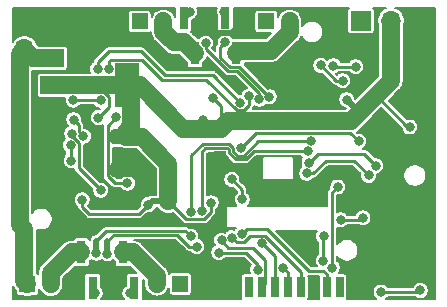
<source format=gbr>
G04 #@! TF.GenerationSoftware,KiCad,Pcbnew,(5.1.8)-1*
G04 #@! TF.CreationDate,2020-11-28T11:44:15-05:00*
G04 #@! TF.ProjectId,STM32_SMD_Quadcopter,53544d33-325f-4534-9d44-5f5175616463,rev?*
G04 #@! TF.SameCoordinates,PX2daf690PY1aab7d8*
G04 #@! TF.FileFunction,Copper,L2,Bot*
G04 #@! TF.FilePolarity,Positive*
%FSLAX46Y46*%
G04 Gerber Fmt 4.6, Leading zero omitted, Abs format (unit mm)*
G04 Created by KiCad (PCBNEW (5.1.8)-1) date 2020-11-28 11:44:15*
%MOMM*%
%LPD*%
G01*
G04 APERTURE LIST*
G04 #@! TA.AperFunction,SMDPad,CuDef*
%ADD10R,0.700000X1.750000*%
G04 #@! TD*
G04 #@! TA.AperFunction,SMDPad,CuDef*
%ADD11R,1.300000X1.500000*%
G04 #@! TD*
G04 #@! TA.AperFunction,SMDPad,CuDef*
%ADD12R,0.800000X1.500000*%
G04 #@! TD*
G04 #@! TA.AperFunction,SMDPad,CuDef*
%ADD13R,1.450000X1.000000*%
G04 #@! TD*
G04 #@! TA.AperFunction,SMDPad,CuDef*
%ADD14R,0.800000X1.400000*%
G04 #@! TD*
G04 #@! TA.AperFunction,SMDPad,CuDef*
%ADD15R,1.500000X1.500000*%
G04 #@! TD*
G04 #@! TA.AperFunction,SMDPad,CuDef*
%ADD16R,1.000000X1.550000*%
G04 #@! TD*
G04 #@! TA.AperFunction,SMDPad,CuDef*
%ADD17R,0.800000X1.900000*%
G04 #@! TD*
G04 #@! TA.AperFunction,ComponentPad*
%ADD18R,1.700000X1.700000*%
G04 #@! TD*
G04 #@! TA.AperFunction,ComponentPad*
%ADD19O,1.700000X1.700000*%
G04 #@! TD*
G04 #@! TA.AperFunction,ComponentPad*
%ADD20R,1.350000X1.350000*%
G04 #@! TD*
G04 #@! TA.AperFunction,ComponentPad*
%ADD21O,1.350000X1.350000*%
G04 #@! TD*
G04 #@! TA.AperFunction,SMDPad,CuDef*
%ADD22R,2.000000X3.800000*%
G04 #@! TD*
G04 #@! TA.AperFunction,SMDPad,CuDef*
%ADD23R,2.000000X1.500000*%
G04 #@! TD*
G04 #@! TA.AperFunction,ViaPad*
%ADD24C,0.800000*%
G04 #@! TD*
G04 #@! TA.AperFunction,Conductor*
%ADD25C,1.500000*%
G04 #@! TD*
G04 #@! TA.AperFunction,Conductor*
%ADD26C,0.220000*%
G04 #@! TD*
G04 #@! TA.AperFunction,Conductor*
%ADD27C,0.500000*%
G04 #@! TD*
G04 #@! TA.AperFunction,Conductor*
%ADD28C,0.127000*%
G04 #@! TD*
G04 #@! TA.AperFunction,Conductor*
%ADD29C,0.100000*%
G04 #@! TD*
G04 APERTURE END LIST*
D10*
X28039400Y-24057200D03*
D11*
X29239400Y-23932200D03*
D12*
X29489400Y-16332200D03*
D13*
X29164400Y-14832200D03*
D14*
X17539400Y-15682200D03*
D10*
X26939400Y-24057200D03*
X25839400Y-24057200D03*
X24739400Y-24057200D03*
X23639400Y-24057200D03*
X22539400Y-24057200D03*
X21439400Y-24057200D03*
X20339400Y-24057200D03*
D15*
X17889400Y-23932200D03*
D16*
X17939400Y-13257200D03*
D17*
X15798800Y-4241800D03*
X16748800Y-1241800D03*
X14848800Y-1241800D03*
D18*
X1346200Y-1346200D03*
D19*
X1346200Y-3886200D03*
D17*
X10668000Y-24079200D03*
X8768000Y-24079200D03*
X9718000Y-21079200D03*
G04 #@! TA.AperFunction,SMDPad,CuDef*
G36*
G01*
X8881800Y-10678000D02*
X11031800Y-10678000D01*
G75*
G02*
X11281800Y-10928000I0J-250000D01*
G01*
X11281800Y-11678000D01*
G75*
G02*
X11031800Y-11928000I-250000J0D01*
G01*
X8881800Y-11928000D01*
G75*
G02*
X8631800Y-11678000I0J250000D01*
G01*
X8631800Y-10928000D01*
G75*
G02*
X8881800Y-10678000I250000J0D01*
G01*
G37*
G04 #@! TD.AperFunction*
G04 #@! TA.AperFunction,SMDPad,CuDef*
G36*
G01*
X8881800Y-13478000D02*
X11031800Y-13478000D01*
G75*
G02*
X11281800Y-13728000I0J-250000D01*
G01*
X11281800Y-14478000D01*
G75*
G02*
X11031800Y-14728000I-250000J0D01*
G01*
X8881800Y-14728000D01*
G75*
G02*
X8631800Y-14478000I0J250000D01*
G01*
X8631800Y-13728000D01*
G75*
G02*
X8881800Y-13478000I250000J0D01*
G01*
G37*
G04 #@! TD.AperFunction*
D20*
X1595489Y-23781302D03*
D21*
X3595489Y-23781302D03*
X12554200Y-23761700D03*
D20*
X14554200Y-23761700D03*
X21818600Y-1536700D03*
D21*
X23818600Y-1536700D03*
X13125200Y-1536700D03*
D20*
X11125200Y-1536700D03*
D17*
X6184900Y-21082000D03*
X5234900Y-24082000D03*
X7134900Y-24082000D03*
X18341300Y-1243200D03*
X20241300Y-1243200D03*
X19291300Y-4243200D03*
D22*
X10021100Y-6948200D03*
D23*
X3721100Y-6948200D03*
X3721100Y-4648200D03*
X3721100Y-9248200D03*
D18*
X29845000Y-1473200D03*
D19*
X32385000Y-1473200D03*
X34925000Y-1473200D03*
D24*
X25654000Y-20027900D03*
X25247600Y-21196300D03*
X12369800Y-18288000D03*
X13944600Y-18427700D03*
X17805400Y-22225000D03*
X19342100Y-22161500D03*
X28181300Y-16878300D03*
X28994100Y-14363700D03*
X25895300Y-24498300D03*
X3721100Y-4648200D03*
X5473700Y-8198200D03*
X7810090Y-8198200D03*
X5257800Y-12039600D03*
X5304302Y-13340600D03*
X18046700Y-20066000D03*
X29400500Y-5372100D03*
X27495500Y-5283200D03*
X7340600Y-24536600D03*
X10287000Y-24536400D03*
X18275300Y-736600D03*
X15354300Y-736500D03*
X7432415Y-21160790D03*
X15417800Y-19710400D03*
X15481300Y-17678400D03*
X25619147Y-11672435D03*
X21437600Y-20320000D03*
X19765366Y-19515252D03*
X18927545Y-19844003D03*
X8369300Y-21196300D03*
X15938500Y-20599400D03*
X16393991Y-17595523D03*
X25361900Y-12534900D03*
X18347350Y-3293201D03*
X22092230Y-7929689D03*
X16700736Y-3376344D03*
X21215456Y-8132889D03*
X5537200Y-9867900D03*
X6352122Y-11250657D03*
X7555051Y-5571231D03*
X19647310Y-8424879D03*
X8492963Y-5548727D03*
X10071100Y-15240000D03*
X9113810Y-9648800D03*
X20355039Y-7868874D03*
X6235700Y-16649700D03*
X10007600Y-10807700D03*
X7620000Y-9677406D03*
X28638500Y-8178600D03*
X3721100Y-6948200D03*
X23241000Y-22390100D03*
X26657300Y-21793200D03*
X17818100Y-21107400D03*
X21094700Y-22580600D03*
X17297400Y-8026400D03*
X18923000Y-14909800D03*
X17157700Y-16882214D03*
X11842650Y-17049650D03*
X28117800Y-18338800D03*
X30022800Y-18173700D03*
X33985200Y-10477500D03*
X31546800Y-24447500D03*
X34874200Y-24307800D03*
X19799300Y-16611600D03*
X26682700Y-19723100D03*
X16471900Y-9867900D03*
X16814800Y-2311400D03*
X8813800Y-22961500D03*
X7480300Y-22466300D03*
X3596800Y-1174390D03*
X3596800Y-17374390D03*
X7196800Y-1174390D03*
X16196800Y-22774390D03*
X20696800Y-13774390D03*
X21596800Y-16474390D03*
X25196800Y-16474390D03*
X29057600Y-19583400D03*
X32396800Y-11974390D03*
X32677100Y-14668500D03*
X8996800Y-1174390D03*
X23396800Y-16474390D03*
X35280600Y-13538200D03*
X29057600Y-22339300D03*
X33045400Y-13144500D03*
X5270500Y-17716500D03*
X4445000Y-16713200D03*
X3352800Y-2552700D03*
X25755600Y-749300D03*
X25336500Y-3911600D03*
X28244800Y-3822700D03*
X20942300Y-15341600D03*
X22440900Y-15570200D03*
X24269700Y-15709900D03*
X7823200Y-15824200D03*
X5368127Y-11055437D03*
X27406600Y-22402800D03*
X27876500Y-15557500D03*
X29654500Y-11671300D03*
X19659600Y-12255502D03*
X28308300Y-6565900D03*
X26441400Y-5257800D03*
X31102300Y-13754100D03*
X25450236Y-13512678D03*
X30492300Y-14579600D03*
X25259613Y-14392271D03*
D25*
X3595489Y-22841409D02*
X3595489Y-23781302D01*
X5354898Y-21082000D02*
X3595489Y-22841409D01*
X6184900Y-21082000D02*
X5354898Y-21082000D01*
X2108200Y-4648200D02*
X1346200Y-3886200D01*
X3721100Y-4648200D02*
X2108200Y-4648200D01*
X1346200Y-23532013D02*
X1595489Y-23781302D01*
X1346200Y-19151600D02*
X1346200Y-23532013D01*
X939800Y-18745200D02*
X1346200Y-19151600D01*
X939800Y-4292600D02*
X939800Y-18745200D01*
X1346200Y-3886200D02*
X939800Y-4292600D01*
X9718000Y-21079200D02*
X10548002Y-21079200D01*
X12554200Y-23085398D02*
X12554200Y-23761700D01*
X10548002Y-21079200D02*
X12554200Y-23085398D01*
X23818600Y-2416702D02*
X23818600Y-1536700D01*
X22234802Y-4000500D02*
X23818600Y-2416702D01*
X19534000Y-4000500D02*
X22234802Y-4000500D01*
X19291300Y-4243200D02*
X19534000Y-4000500D01*
X15798800Y-4241800D02*
X14859000Y-3302000D01*
X13125200Y-2398202D02*
X13125200Y-1536700D01*
X14028998Y-3302000D02*
X13125200Y-2398202D01*
X14859000Y-3302000D02*
X14028998Y-3302000D01*
D26*
X5473700Y-8198200D02*
X6039385Y-8198200D01*
X6039385Y-8198200D02*
X7810090Y-8198200D01*
X5257800Y-13294098D02*
X5304302Y-13340600D01*
X5257800Y-12039600D02*
X5257800Y-13294098D01*
X18046700Y-20139500D02*
X18046700Y-20066000D01*
X18625900Y-20718700D02*
X18046700Y-20139500D01*
X20718700Y-20718700D02*
X18625900Y-20718700D01*
X21755100Y-21755100D02*
X20718700Y-20718700D01*
X21755100Y-23741500D02*
X21755100Y-21755100D01*
X21439400Y-24057200D02*
X21755100Y-23741500D01*
X29400500Y-5372100D02*
X27736800Y-5372100D01*
X27647900Y-5283200D02*
X27495500Y-5283200D01*
X27736800Y-5372100D02*
X27647900Y-5283200D01*
D27*
X7134900Y-24330900D02*
X7340600Y-24536600D01*
X7134900Y-24082000D02*
X7134900Y-24330900D01*
X10668000Y-24155400D02*
X10287000Y-24536400D01*
X10668000Y-24079200D02*
X10668000Y-24155400D01*
X18341300Y-802600D02*
X18275300Y-736600D01*
X18341300Y-1243200D02*
X18341300Y-802600D01*
X14849000Y-1241800D02*
X15354300Y-736500D01*
X14848800Y-1241800D02*
X14849000Y-1241800D01*
X7432415Y-21160790D02*
X7432415Y-20126585D01*
D26*
X8299398Y-19259602D02*
X14967002Y-19259602D01*
X7432415Y-20126585D02*
X8299398Y-19259602D01*
X14967002Y-19259602D02*
X15417800Y-19710400D01*
X18998799Y-12522901D02*
X19366799Y-12890901D01*
X19366799Y-12890901D02*
X19952401Y-12890901D01*
X19952401Y-12890901D02*
X21170867Y-11672435D01*
X18998799Y-12255099D02*
X18998799Y-12522901D01*
X21170867Y-11672435D02*
X25619147Y-11672435D01*
X18650001Y-11906301D02*
X18998799Y-12255099D01*
X16435373Y-11906301D02*
X18650001Y-11906301D01*
X15481300Y-17678400D02*
X15481300Y-12860374D01*
X15481300Y-12860374D02*
X16435373Y-11906301D01*
X22539400Y-21421800D02*
X21437600Y-20320000D01*
X22539400Y-24057200D02*
X22539400Y-21421800D01*
X26634000Y-22656800D02*
X25412700Y-22656800D01*
X26939400Y-24057200D02*
X26939400Y-22962200D01*
X21871153Y-19115253D02*
X20165365Y-19115253D01*
X26939400Y-22962200D02*
X26634000Y-22656800D01*
X20165365Y-19115253D02*
X19765366Y-19515252D01*
X25412700Y-22656800D02*
X21871153Y-19115253D01*
X20492735Y-19709998D02*
X19958731Y-20244002D01*
X21705002Y-19709998D02*
X20492735Y-19709998D01*
X19327544Y-20244002D02*
X18927545Y-19844003D01*
X24739400Y-22744396D02*
X21705002Y-19709998D01*
X19958731Y-20244002D02*
X19327544Y-20244002D01*
X24739400Y-24057200D02*
X24739400Y-22744396D01*
D27*
X8369300Y-21196300D02*
X8369300Y-20142200D01*
D26*
X8369300Y-20142200D02*
X8925590Y-19585910D01*
X8925590Y-19585910D02*
X14314306Y-19585910D01*
X14314306Y-19585910D02*
X15327796Y-20599400D01*
X15327796Y-20599400D02*
X15938500Y-20599400D01*
X20760965Y-12534900D02*
X25361900Y-12534900D01*
X18678788Y-12387652D02*
X18678788Y-12655453D01*
X16393991Y-17595523D02*
X16393991Y-12562009D01*
X19234247Y-13210912D02*
X20084953Y-13210912D01*
X20084953Y-13210912D02*
X20760965Y-12534900D01*
X18563337Y-12272199D02*
X18678788Y-12387652D01*
X18678788Y-12655453D02*
X19234247Y-13210912D01*
X16683801Y-12272199D02*
X18563337Y-12272199D01*
X16393991Y-12562009D02*
X16683801Y-12272199D01*
X17947351Y-4627253D02*
X18723299Y-5403201D01*
X18723299Y-5403201D02*
X19565742Y-5403201D01*
X19565742Y-5403201D02*
X22092230Y-7929689D01*
X17947351Y-3693200D02*
X17947351Y-4627253D01*
X18347350Y-3293201D02*
X17947351Y-3693200D01*
X16700736Y-3376344D02*
X16700736Y-3833201D01*
X16700736Y-3833201D02*
X18590747Y-5723212D01*
X18590747Y-5723212D02*
X19371464Y-5723212D01*
X19371464Y-5723212D02*
X21215456Y-7567204D01*
X21215456Y-7567204D02*
X21215456Y-8132889D01*
X5937199Y-10267899D02*
X5937199Y-10835734D01*
X5537200Y-9867900D02*
X5937199Y-10267899D01*
X5937199Y-10835734D02*
X6352122Y-11250657D01*
X17305731Y-6083300D02*
X19647310Y-8424879D01*
X13284200Y-6083300D02*
X17305731Y-6083300D01*
X8496597Y-4064000D02*
X11264900Y-4064000D01*
X11264900Y-4064000D02*
X13284200Y-6083300D01*
X7555051Y-5005546D02*
X8496597Y-4064000D01*
X7555051Y-5571231D02*
X7555051Y-5005546D01*
X8993244Y-15240000D02*
X8401101Y-14647857D01*
X10071100Y-15240000D02*
X8993244Y-15240000D01*
X8401101Y-14647857D02*
X8401101Y-10361509D01*
X8401101Y-10361509D02*
X9113810Y-9648800D01*
X20332700Y-7889208D02*
X20353034Y-7868874D01*
X20353034Y-7868874D02*
X20355039Y-7868874D01*
X20355039Y-8639004D02*
X20355039Y-7868874D01*
X19959154Y-9034889D02*
X20355039Y-8639004D01*
X12966700Y-6477000D02*
X16756214Y-6477000D01*
X16756214Y-6477000D02*
X19314103Y-9034889D01*
X11327899Y-4838199D02*
X12966700Y-6477000D01*
X8637806Y-4838199D02*
X11327899Y-4838199D01*
X19314103Y-9034889D02*
X19959154Y-9034889D01*
X8492963Y-4983042D02*
X8637806Y-4838199D01*
X8492963Y-5548727D02*
X8492963Y-4983042D01*
D25*
X3721100Y-6948200D02*
X7275800Y-6948200D01*
X7275800Y-6948200D02*
X10021100Y-6948200D01*
X11281800Y-11303000D02*
X13550900Y-13572100D01*
X9956800Y-11303000D02*
X11281800Y-11303000D01*
X13550900Y-13572100D02*
X13550900Y-16776700D01*
D27*
X13550900Y-16776700D02*
X12115600Y-16776700D01*
D26*
X6235700Y-16649700D02*
X6235700Y-17208500D01*
X6235700Y-17208500D02*
X6858000Y-17830800D01*
X6858000Y-17830800D02*
X11061500Y-17830800D01*
D25*
X9956800Y-11303000D02*
X9956800Y-10858500D01*
X9956800Y-10858500D02*
X10007600Y-10807700D01*
X10407599Y-10407701D02*
X10007600Y-10807700D01*
X10021100Y-6948200D02*
X10407599Y-7334699D01*
X10407599Y-7334699D02*
X10407599Y-10407701D01*
D26*
X7275800Y-6948200D02*
X7532984Y-6948200D01*
X8490183Y-7905399D02*
X8490183Y-8807223D01*
X7532984Y-6948200D02*
X8490183Y-7905399D01*
X8490183Y-8807223D02*
X7620000Y-9677406D01*
D25*
X32385000Y-6578600D02*
X32385000Y-1473200D01*
X10021100Y-6948200D02*
X11151900Y-6948200D01*
X11151900Y-6948200D02*
X14820900Y-10617200D01*
D27*
X29502100Y-9042200D02*
X28638500Y-8178600D01*
X29502100Y-9461500D02*
X29502100Y-9042200D01*
D26*
X23639400Y-22788500D02*
X23241000Y-22390100D01*
X23639400Y-24057200D02*
X23639400Y-22788500D01*
X17818100Y-21107400D02*
X20091400Y-21107400D01*
X20091400Y-21107400D02*
X21120100Y-22136100D01*
X21120100Y-22555200D02*
X21094700Y-22580600D01*
X21120100Y-22136100D02*
X21120100Y-22555200D01*
X17995900Y-8724900D02*
X17995900Y-10617200D01*
X17297400Y-8026400D02*
X17995900Y-8724900D01*
D25*
X16725900Y-10617200D02*
X17995900Y-10617200D01*
X14820900Y-10617200D02*
X16725900Y-10617200D01*
D26*
X17157700Y-17699961D02*
X17157700Y-16882214D01*
X16569260Y-18288401D02*
X17157700Y-17699961D01*
X15062601Y-18288401D02*
X16569260Y-18288401D01*
X13550900Y-16776700D02*
X15062601Y-18288401D01*
X11842650Y-17049650D02*
X12115600Y-16776700D01*
X11061500Y-17830800D02*
X11842650Y-17049650D01*
X29857700Y-18338800D02*
X30022800Y-18173700D01*
X28117800Y-18338800D02*
X29857700Y-18338800D01*
X31362650Y-7600950D02*
X31362650Y-8058150D01*
D25*
X29502100Y-9461500D02*
X31362650Y-7600950D01*
X31362650Y-7600950D02*
X32385000Y-6578600D01*
D26*
X33782000Y-10477500D02*
X33985200Y-10477500D01*
X31362650Y-8058150D02*
X33782000Y-10477500D01*
D25*
X17995900Y-10617200D02*
X18618200Y-9994900D01*
X18618200Y-9994900D02*
X28968700Y-9994900D01*
X28968700Y-9994900D02*
X29502100Y-9461500D01*
D26*
X34734500Y-24447500D02*
X34874200Y-24307800D01*
X31546800Y-24447500D02*
X34734500Y-24447500D01*
X18923000Y-14909800D02*
X19799300Y-15786100D01*
X19799300Y-15786100D02*
X19799300Y-16611600D01*
X26657300Y-21793200D02*
X26657300Y-19748500D01*
X26657300Y-19748500D02*
X26682700Y-19723100D01*
X16725900Y-10617200D02*
X16471900Y-10363200D01*
X16471900Y-10363200D02*
X16471900Y-9867900D01*
D27*
X16748800Y-2245400D02*
X16814800Y-2311400D01*
X16748800Y-1241800D02*
X16748800Y-2245400D01*
X8768000Y-23007300D02*
X8813800Y-22961500D01*
X8768000Y-24079200D02*
X8768000Y-23007300D01*
X5234900Y-24082000D02*
X5234900Y-23124200D01*
X5234900Y-23124200D02*
X5816600Y-22542500D01*
X7404100Y-22542500D02*
X7480300Y-22466300D01*
X5816600Y-22542500D02*
X7404100Y-22542500D01*
X18941299Y-2543201D02*
X17046601Y-2543201D01*
X17046601Y-2543201D02*
X16814800Y-2311400D01*
X20241300Y-1243200D02*
X18941299Y-2543201D01*
D26*
X7823200Y-15824200D02*
X5943600Y-13944600D01*
X5943600Y-11851156D02*
X5368127Y-11275683D01*
X5368127Y-11275683D02*
X5368127Y-11055437D01*
X5943600Y-13944600D02*
X5943600Y-11851156D01*
X27419300Y-16014700D02*
X27876500Y-15557500D01*
X27419300Y-22390100D02*
X27419300Y-16014700D01*
X27406600Y-22402800D02*
X27419300Y-22390100D01*
X29654500Y-11671300D02*
X28938111Y-10954911D01*
X20960191Y-10954911D02*
X19659600Y-12255502D01*
X28938111Y-10954911D02*
X20960191Y-10954911D01*
X28308300Y-6565900D02*
X27749500Y-6565900D01*
X27749500Y-6565900D02*
X26441400Y-5257800D01*
X26224814Y-12738100D02*
X25450236Y-13512678D01*
X31102300Y-13754100D02*
X30086300Y-12738100D01*
X30086300Y-12738100D02*
X26224814Y-12738100D01*
X25825298Y-14392271D02*
X25259613Y-14392271D01*
X26857169Y-13360400D02*
X25825298Y-14392271D01*
X30492300Y-14579600D02*
X29273100Y-13360400D01*
X29273100Y-13360400D02*
X26857169Y-13360400D01*
D28*
X25391703Y-23084300D02*
X25391711Y-23084300D01*
X25412700Y-23086367D01*
X25433689Y-23084300D01*
X26287311Y-23084300D01*
X26276494Y-23119959D01*
X26270364Y-23182200D01*
X26270364Y-24932200D01*
X26276494Y-24994441D01*
X26288039Y-25032500D01*
X25390761Y-25032500D01*
X25402306Y-24994441D01*
X25408436Y-24932200D01*
X25408436Y-23182200D01*
X25402306Y-23119959D01*
X25391482Y-23084278D01*
X25391703Y-23084300D01*
G04 #@! TA.AperFunction,Conductor*
D29*
G36*
X25391703Y-23084300D02*
G01*
X25391711Y-23084300D01*
X25412700Y-23086367D01*
X25433689Y-23084300D01*
X26287311Y-23084300D01*
X26276494Y-23119959D01*
X26270364Y-23182200D01*
X26270364Y-24932200D01*
X26276494Y-24994441D01*
X26288039Y-25032500D01*
X25390761Y-25032500D01*
X25402306Y-24994441D01*
X25408436Y-24932200D01*
X25408436Y-23182200D01*
X25402306Y-23119959D01*
X25391482Y-23084278D01*
X25391703Y-23084300D01*
G37*
G04 #@! TD.AperFunction*
D28*
X14129764Y-1170880D02*
X14116213Y-1126209D01*
X14017088Y-940759D01*
X13883689Y-778211D01*
X13721141Y-644812D01*
X13535691Y-545687D01*
X13334467Y-484646D01*
X13125200Y-464035D01*
X12915934Y-484646D01*
X12714710Y-545687D01*
X12529260Y-644812D01*
X12366712Y-778211D01*
X12233313Y-940759D01*
X12134188Y-1126209D01*
X12119236Y-1175498D01*
X12119236Y-861700D01*
X12113106Y-799459D01*
X12094951Y-739610D01*
X12065469Y-684453D01*
X12025793Y-636107D01*
X11977447Y-596431D01*
X11922290Y-566949D01*
X11862441Y-548794D01*
X11800200Y-542664D01*
X10450200Y-542664D01*
X10387959Y-548794D01*
X10328110Y-566949D01*
X10272953Y-596431D01*
X10224607Y-636107D01*
X10184931Y-684453D01*
X10155449Y-739610D01*
X10137294Y-799459D01*
X10131164Y-861700D01*
X10131164Y-2211700D01*
X10137294Y-2273941D01*
X10155449Y-2333790D01*
X10184931Y-2388947D01*
X10224607Y-2437293D01*
X10272953Y-2476969D01*
X10328110Y-2506451D01*
X10387959Y-2524606D01*
X10450200Y-2530736D01*
X11800200Y-2530736D01*
X11862441Y-2524606D01*
X11922290Y-2506451D01*
X11977447Y-2476969D01*
X12025793Y-2437293D01*
X12053107Y-2404010D01*
X12057700Y-2450640D01*
X12057700Y-2450642D01*
X12073146Y-2607468D01*
X12134187Y-2808692D01*
X12233312Y-2994143D01*
X12366711Y-3156691D01*
X12407452Y-3190126D01*
X13237078Y-4019753D01*
X13270509Y-4060489D01*
X13433057Y-4193888D01*
X13618507Y-4293013D01*
X13819731Y-4354054D01*
X13976557Y-4369500D01*
X13976559Y-4369500D01*
X14028997Y-4374665D01*
X14081435Y-4369500D01*
X14416828Y-4369500D01*
X15079764Y-5032437D01*
X15079764Y-5191800D01*
X15085894Y-5254041D01*
X15104049Y-5313890D01*
X15133531Y-5369047D01*
X15173207Y-5417393D01*
X15221553Y-5457069D01*
X15276710Y-5486551D01*
X15336559Y-5504706D01*
X15398800Y-5510836D01*
X16198800Y-5510836D01*
X16261041Y-5504706D01*
X16320890Y-5486551D01*
X16376047Y-5457069D01*
X16424393Y-5417393D01*
X16464069Y-5369047D01*
X16493551Y-5313890D01*
X16511706Y-5254041D01*
X16517836Y-5191800D01*
X16517836Y-5032665D01*
X16557288Y-5000288D01*
X16690688Y-4837740D01*
X16789813Y-4652291D01*
X16819008Y-4556049D01*
X18273618Y-6010660D01*
X18286997Y-6026962D01*
X18303299Y-6040341D01*
X18303305Y-6040347D01*
X18322759Y-6056312D01*
X18352092Y-6080385D01*
X18426358Y-6120081D01*
X18506942Y-6144526D01*
X18569750Y-6150712D01*
X18569759Y-6150712D01*
X18590746Y-6152779D01*
X18611733Y-6150712D01*
X19194388Y-6150712D01*
X20209869Y-7166193D01*
X20145752Y-7178947D01*
X20015175Y-7233033D01*
X19897659Y-7311555D01*
X19797720Y-7411494D01*
X19719198Y-7529010D01*
X19665112Y-7659587D01*
X19655606Y-7707379D01*
X19576642Y-7707379D01*
X19541397Y-7714390D01*
X17622864Y-5795857D01*
X17609481Y-5779550D01*
X17586116Y-5760374D01*
X17579468Y-5754919D01*
X17544386Y-5726127D01*
X17470120Y-5686431D01*
X17389536Y-5661986D01*
X17326728Y-5655800D01*
X17326720Y-5655800D01*
X17305731Y-5653733D01*
X17284742Y-5655800D01*
X13461276Y-5655800D01*
X11582033Y-3776557D01*
X11568650Y-3760250D01*
X11503555Y-3706827D01*
X11429289Y-3667131D01*
X11348705Y-3642686D01*
X11285897Y-3636500D01*
X11285889Y-3636500D01*
X11264900Y-3634433D01*
X11243911Y-3636500D01*
X8517583Y-3636500D01*
X8496596Y-3634433D01*
X8475609Y-3636500D01*
X8475600Y-3636500D01*
X8412792Y-3642686D01*
X8332208Y-3667131D01*
X8257942Y-3706827D01*
X8240730Y-3720953D01*
X8209155Y-3746865D01*
X8209149Y-3746871D01*
X8192847Y-3760250D01*
X8179468Y-3776552D01*
X7267603Y-4688418D01*
X7251302Y-4701796D01*
X7237923Y-4718098D01*
X7237916Y-4718105D01*
X7197878Y-4766892D01*
X7158182Y-4841158D01*
X7133737Y-4921742D01*
X7126561Y-4994608D01*
X7097671Y-5013912D01*
X6997732Y-5113851D01*
X6919210Y-5231367D01*
X6865124Y-5361944D01*
X6837551Y-5500563D01*
X6837551Y-5641899D01*
X6865124Y-5780518D01*
X6906620Y-5880700D01*
X4736696Y-5880700D01*
X4721100Y-5879164D01*
X2721100Y-5879164D01*
X2658859Y-5885294D01*
X2599010Y-5903449D01*
X2543853Y-5932931D01*
X2495507Y-5972607D01*
X2455831Y-6020953D01*
X2426349Y-6076110D01*
X2408194Y-6135959D01*
X2402064Y-6198200D01*
X2402064Y-7698200D01*
X2408194Y-7760441D01*
X2426349Y-7820290D01*
X2455831Y-7875447D01*
X2495507Y-7923793D01*
X2543853Y-7963469D01*
X2599010Y-7992951D01*
X2658859Y-8011106D01*
X2721100Y-8017236D01*
X4721100Y-8017236D01*
X4736696Y-8015700D01*
X4778445Y-8015700D01*
X4756200Y-8127532D01*
X4756200Y-8268868D01*
X4783773Y-8407487D01*
X4837859Y-8538064D01*
X4916381Y-8655580D01*
X5016320Y-8755519D01*
X5133836Y-8834041D01*
X5264413Y-8888127D01*
X5403032Y-8915700D01*
X5544368Y-8915700D01*
X5682987Y-8888127D01*
X5813564Y-8834041D01*
X5931080Y-8755519D01*
X6031019Y-8655580D01*
X6050984Y-8625700D01*
X7232806Y-8625700D01*
X7252771Y-8655580D01*
X7352710Y-8755519D01*
X7470226Y-8834041D01*
X7600803Y-8888127D01*
X7739422Y-8915700D01*
X7777130Y-8915700D01*
X7725913Y-8966917D01*
X7690668Y-8959906D01*
X7549332Y-8959906D01*
X7410713Y-8987479D01*
X7280136Y-9041565D01*
X7162620Y-9120087D01*
X7062681Y-9220026D01*
X6984159Y-9337542D01*
X6930073Y-9468119D01*
X6902500Y-9606738D01*
X6902500Y-9748074D01*
X6930073Y-9886693D01*
X6984159Y-10017270D01*
X7062681Y-10134786D01*
X7162620Y-10234725D01*
X7280136Y-10313247D01*
X7410713Y-10367333D01*
X7549332Y-10394906D01*
X7690668Y-10394906D01*
X7829287Y-10367333D01*
X7959864Y-10313247D01*
X7977444Y-10301501D01*
X7971534Y-10361509D01*
X7973602Y-10382508D01*
X7973601Y-14626868D01*
X7971534Y-14647857D01*
X7973601Y-14668846D01*
X7973601Y-14668853D01*
X7977595Y-14709406D01*
X7979787Y-14731661D01*
X8004232Y-14812245D01*
X8043928Y-14886511D01*
X8083966Y-14935298D01*
X8083969Y-14935301D01*
X8097351Y-14951607D01*
X8113658Y-14964990D01*
X8676111Y-15527443D01*
X8689494Y-15543750D01*
X8754589Y-15597173D01*
X8828855Y-15636869D01*
X8909439Y-15661314D01*
X8972247Y-15667500D01*
X8972255Y-15667500D01*
X8993244Y-15669567D01*
X9014233Y-15667500D01*
X9493816Y-15667500D01*
X9513781Y-15697380D01*
X9613720Y-15797319D01*
X9731236Y-15875841D01*
X9861813Y-15929927D01*
X10000432Y-15957500D01*
X10141768Y-15957500D01*
X10280387Y-15929927D01*
X10410964Y-15875841D01*
X10528480Y-15797319D01*
X10628419Y-15697380D01*
X10706941Y-15579864D01*
X10761027Y-15449287D01*
X10788600Y-15310668D01*
X10788600Y-15169332D01*
X10761027Y-15030713D01*
X10706941Y-14900136D01*
X10628419Y-14782620D01*
X10528480Y-14682681D01*
X10410964Y-14604159D01*
X10280387Y-14550073D01*
X10141768Y-14522500D01*
X10000432Y-14522500D01*
X9861813Y-14550073D01*
X9731236Y-14604159D01*
X9613720Y-14682681D01*
X9513781Y-14782620D01*
X9493816Y-14812500D01*
X9170320Y-14812500D01*
X8828601Y-14470781D01*
X8828601Y-12241796D01*
X8881800Y-12247036D01*
X9458421Y-12247036D01*
X9546309Y-12294013D01*
X9747533Y-12355054D01*
X9956800Y-12375665D01*
X10009241Y-12370500D01*
X10839628Y-12370500D01*
X12483400Y-14014273D01*
X12483401Y-16209200D01*
X12087729Y-16209200D01*
X12004351Y-16217412D01*
X11897377Y-16249862D01*
X11798789Y-16302559D01*
X11759773Y-16334579D01*
X11633363Y-16359723D01*
X11502786Y-16413809D01*
X11385270Y-16492331D01*
X11285331Y-16592270D01*
X11206809Y-16709786D01*
X11152723Y-16840363D01*
X11125150Y-16978982D01*
X11125150Y-17120318D01*
X11132161Y-17155563D01*
X10884424Y-17403300D01*
X7035077Y-17403300D01*
X6765938Y-17134161D01*
X6793019Y-17107080D01*
X6871541Y-16989564D01*
X6925627Y-16858987D01*
X6953200Y-16720368D01*
X6953200Y-16579032D01*
X6925627Y-16440413D01*
X6871541Y-16309836D01*
X6793019Y-16192320D01*
X6693080Y-16092381D01*
X6575564Y-16013859D01*
X6444987Y-15959773D01*
X6306368Y-15932200D01*
X6165032Y-15932200D01*
X6026413Y-15959773D01*
X5895836Y-16013859D01*
X5778320Y-16092381D01*
X5678381Y-16192320D01*
X5599859Y-16309836D01*
X5545773Y-16440413D01*
X5518200Y-16579032D01*
X5518200Y-16720368D01*
X5545773Y-16858987D01*
X5599859Y-16989564D01*
X5678381Y-17107080D01*
X5778320Y-17207019D01*
X5807936Y-17226808D01*
X5814386Y-17292304D01*
X5838831Y-17372888D01*
X5878527Y-17447154D01*
X5918565Y-17495941D01*
X5918572Y-17495948D01*
X5931951Y-17512250D01*
X5948252Y-17525628D01*
X6540871Y-18118248D01*
X6554250Y-18134550D01*
X6570552Y-18147929D01*
X6570558Y-18147935D01*
X6596561Y-18169274D01*
X6619345Y-18187973D01*
X6693611Y-18227669D01*
X6774195Y-18252114D01*
X6837003Y-18258300D01*
X6837012Y-18258300D01*
X6857999Y-18260367D01*
X6878986Y-18258300D01*
X11040511Y-18258300D01*
X11061500Y-18260367D01*
X11082489Y-18258300D01*
X11082497Y-18258300D01*
X11145305Y-18252114D01*
X11225889Y-18227669D01*
X11300155Y-18187973D01*
X11365250Y-18134550D01*
X11378633Y-18118243D01*
X11736737Y-17760139D01*
X11771982Y-17767150D01*
X11913318Y-17767150D01*
X12051937Y-17739577D01*
X12182514Y-17685491D01*
X12300030Y-17606969D01*
X12399969Y-17507030D01*
X12478491Y-17389514D01*
X12497260Y-17344200D01*
X12643811Y-17344200D01*
X12659013Y-17372641D01*
X12792412Y-17535189D01*
X12954960Y-17668588D01*
X13140410Y-17767713D01*
X13341634Y-17828754D01*
X13550900Y-17849365D01*
X13760167Y-17828754D01*
X13942935Y-17773312D01*
X14745472Y-18575849D01*
X14758851Y-18592151D01*
X14775153Y-18605530D01*
X14775159Y-18605536D01*
X14806285Y-18631080D01*
X14823946Y-18645574D01*
X14898212Y-18685270D01*
X14978796Y-18709715D01*
X15041604Y-18715901D01*
X15041613Y-18715901D01*
X15062600Y-18717968D01*
X15083587Y-18715901D01*
X16548271Y-18715901D01*
X16569260Y-18717968D01*
X16590249Y-18715901D01*
X16590257Y-18715901D01*
X16653065Y-18709715D01*
X16733649Y-18685270D01*
X16807915Y-18645574D01*
X16873010Y-18592151D01*
X16886393Y-18575844D01*
X17445144Y-18017093D01*
X17461450Y-18003711D01*
X17477093Y-17984651D01*
X17514873Y-17938616D01*
X17554569Y-17864350D01*
X17579014Y-17783766D01*
X17580595Y-17767713D01*
X17585200Y-17720958D01*
X17585200Y-17720950D01*
X17587267Y-17699961D01*
X17585200Y-17678972D01*
X17585200Y-17459498D01*
X17615080Y-17439533D01*
X17715019Y-17339594D01*
X17793541Y-17222078D01*
X17847627Y-17091501D01*
X17875200Y-16952882D01*
X17875200Y-16811546D01*
X17847627Y-16672927D01*
X17793541Y-16542350D01*
X17715019Y-16424834D01*
X17615080Y-16324895D01*
X17497564Y-16246373D01*
X17366987Y-16192287D01*
X17228368Y-16164714D01*
X17087032Y-16164714D01*
X16948413Y-16192287D01*
X16821491Y-16244859D01*
X16821491Y-12739085D01*
X16860878Y-12699699D01*
X18253578Y-12699699D01*
X18257474Y-12739258D01*
X18281919Y-12819842D01*
X18292361Y-12839377D01*
X18321615Y-12894107D01*
X18361653Y-12942894D01*
X18361660Y-12942901D01*
X18375039Y-12959203D01*
X18391341Y-12972582D01*
X18917114Y-13498355D01*
X18930497Y-13514662D01*
X18946804Y-13528045D01*
X18946806Y-13528047D01*
X18967235Y-13544813D01*
X18995592Y-13568085D01*
X19069858Y-13607781D01*
X19150442Y-13632226D01*
X19213250Y-13638412D01*
X19213258Y-13638412D01*
X19234247Y-13640479D01*
X19255236Y-13638412D01*
X20063964Y-13638412D01*
X20084953Y-13640479D01*
X20105942Y-13638412D01*
X20105950Y-13638412D01*
X20168758Y-13632226D01*
X20249342Y-13607781D01*
X20323608Y-13568085D01*
X20358690Y-13539293D01*
X20372394Y-13528047D01*
X20372396Y-13528045D01*
X20388703Y-13514662D01*
X20402086Y-13498355D01*
X20870241Y-13030200D01*
X21501100Y-13030200D01*
X21501100Y-14884400D01*
X21502320Y-14896788D01*
X21505934Y-14908700D01*
X21511802Y-14919679D01*
X21519699Y-14929301D01*
X21529321Y-14937198D01*
X21540300Y-14943066D01*
X21552212Y-14946680D01*
X21564600Y-14947900D01*
X24079200Y-14947900D01*
X24091588Y-14946680D01*
X24103500Y-14943066D01*
X24114479Y-14937198D01*
X24124101Y-14929301D01*
X24131998Y-14919679D01*
X24137866Y-14908700D01*
X24141480Y-14896788D01*
X24142700Y-14884400D01*
X24142700Y-13030200D01*
X24141480Y-13017812D01*
X24137866Y-13005900D01*
X24131998Y-12994921D01*
X24124101Y-12985299D01*
X24114479Y-12977402D01*
X24103500Y-12971534D01*
X24091588Y-12967920D01*
X24079200Y-12966700D01*
X21564600Y-12966700D01*
X21552212Y-12967920D01*
X21540300Y-12971534D01*
X21529321Y-12977402D01*
X21519699Y-12985299D01*
X21511802Y-12994921D01*
X21505934Y-13005900D01*
X21502320Y-13017812D01*
X21501100Y-13030200D01*
X20870241Y-13030200D01*
X20938042Y-12962400D01*
X24784616Y-12962400D01*
X24804581Y-12992280D01*
X24882776Y-13070475D01*
X24814395Y-13172814D01*
X24760309Y-13303391D01*
X24732736Y-13442010D01*
X24732736Y-13583346D01*
X24760309Y-13721965D01*
X24806052Y-13832400D01*
X24802233Y-13834952D01*
X24702294Y-13934891D01*
X24623772Y-14052407D01*
X24569686Y-14182984D01*
X24542113Y-14321603D01*
X24542113Y-14462939D01*
X24569686Y-14601558D01*
X24623772Y-14732135D01*
X24702294Y-14849651D01*
X24802233Y-14949590D01*
X24919749Y-15028112D01*
X25050326Y-15082198D01*
X25188945Y-15109771D01*
X25330281Y-15109771D01*
X25468900Y-15082198D01*
X25599477Y-15028112D01*
X25716993Y-14949590D01*
X25816932Y-14849651D01*
X25836236Y-14820761D01*
X25846287Y-14819771D01*
X25846295Y-14819771D01*
X25909103Y-14813585D01*
X25989687Y-14789140D01*
X26063953Y-14749444D01*
X26129048Y-14696021D01*
X26142431Y-14679714D01*
X27034246Y-13787900D01*
X29096024Y-13787900D01*
X29781811Y-14473687D01*
X29774800Y-14508932D01*
X29774800Y-14650268D01*
X29802373Y-14788887D01*
X29856459Y-14919464D01*
X29934981Y-15036980D01*
X30034920Y-15136919D01*
X30152436Y-15215441D01*
X30283013Y-15269527D01*
X30421632Y-15297100D01*
X30562968Y-15297100D01*
X30701587Y-15269527D01*
X30832164Y-15215441D01*
X30949680Y-15136919D01*
X31049619Y-15036980D01*
X31128141Y-14919464D01*
X31182227Y-14788887D01*
X31209800Y-14650268D01*
X31209800Y-14508932D01*
X31207598Y-14497860D01*
X33445440Y-14497860D01*
X33445440Y-14686740D01*
X33482288Y-14871989D01*
X33554569Y-15046491D01*
X33659504Y-15203538D01*
X33793062Y-15337096D01*
X33950109Y-15442031D01*
X34124611Y-15514312D01*
X34309860Y-15551160D01*
X34498740Y-15551160D01*
X34683989Y-15514312D01*
X34858491Y-15442031D01*
X35015538Y-15337096D01*
X35149096Y-15203538D01*
X35254031Y-15046491D01*
X35326312Y-14871989D01*
X35363160Y-14686740D01*
X35363160Y-14497860D01*
X35326312Y-14312611D01*
X35254031Y-14138109D01*
X35149096Y-13981062D01*
X35015538Y-13847504D01*
X34858491Y-13742569D01*
X34683989Y-13670288D01*
X34498740Y-13633440D01*
X34309860Y-13633440D01*
X34124611Y-13670288D01*
X33950109Y-13742569D01*
X33793062Y-13847504D01*
X33659504Y-13981062D01*
X33554569Y-14138109D01*
X33482288Y-14312611D01*
X33445440Y-14497860D01*
X31207598Y-14497860D01*
X31201255Y-14465973D01*
X31311587Y-14444027D01*
X31442164Y-14389941D01*
X31559680Y-14311419D01*
X31659619Y-14211480D01*
X31738141Y-14093964D01*
X31792227Y-13963387D01*
X31819800Y-13824768D01*
X31819800Y-13683432D01*
X31792227Y-13544813D01*
X31738141Y-13414236D01*
X31659619Y-13296720D01*
X31559680Y-13196781D01*
X31442164Y-13118259D01*
X31311587Y-13064173D01*
X31172968Y-13036600D01*
X31031632Y-13036600D01*
X30996387Y-13043611D01*
X30403433Y-12450657D01*
X30390050Y-12434350D01*
X30368665Y-12416799D01*
X30345295Y-12397620D01*
X30324955Y-12380927D01*
X30250689Y-12341231D01*
X30170105Y-12316786D01*
X30107297Y-12310600D01*
X30107289Y-12310600D01*
X30086300Y-12308533D01*
X30065311Y-12310600D01*
X29986013Y-12310600D01*
X29994364Y-12307141D01*
X30111880Y-12228619D01*
X30211819Y-12128680D01*
X30290341Y-12011164D01*
X30344427Y-11880587D01*
X30372000Y-11741968D01*
X30372000Y-11600632D01*
X30344427Y-11462013D01*
X30290341Y-11331436D01*
X30211819Y-11213920D01*
X30111880Y-11113981D01*
X29994364Y-11035459D01*
X29863787Y-10981373D01*
X29725168Y-10953800D01*
X29583832Y-10953800D01*
X29548587Y-10960811D01*
X29505940Y-10918164D01*
X29564641Y-10886788D01*
X29727189Y-10753389D01*
X29760625Y-10712647D01*
X31586598Y-8886674D01*
X33272569Y-10572645D01*
X33295273Y-10686787D01*
X33349359Y-10817364D01*
X33427881Y-10934880D01*
X33527820Y-11034819D01*
X33645336Y-11113341D01*
X33775913Y-11167427D01*
X33914532Y-11195000D01*
X34055868Y-11195000D01*
X34194487Y-11167427D01*
X34325064Y-11113341D01*
X34442580Y-11034819D01*
X34542519Y-10934880D01*
X34621041Y-10817364D01*
X34675127Y-10686787D01*
X34702700Y-10548168D01*
X34702700Y-10406832D01*
X34675127Y-10268213D01*
X34621041Y-10137636D01*
X34542519Y-10020120D01*
X34442580Y-9920181D01*
X34325064Y-9841659D01*
X34194487Y-9787573D01*
X34055868Y-9760000D01*
X33914532Y-9760000D01*
X33775913Y-9787573D01*
X33719865Y-9810789D01*
X32191174Y-8282098D01*
X33102753Y-7370520D01*
X33143489Y-7337089D01*
X33276888Y-7174541D01*
X33376013Y-6989091D01*
X33437054Y-6787867D01*
X33452500Y-6631041D01*
X33452500Y-6631039D01*
X33457665Y-6578601D01*
X33452500Y-6526163D01*
X33452500Y-1946852D01*
X33507634Y-1813747D01*
X33552500Y-1588189D01*
X33552500Y-1358211D01*
X33507634Y-1132653D01*
X33419625Y-920181D01*
X33291856Y-728962D01*
X33129238Y-566344D01*
X32938019Y-438575D01*
X32766429Y-367500D01*
X36157700Y-367500D01*
X36157701Y-25032500D01*
X31962753Y-25032500D01*
X32004180Y-25004819D01*
X32104119Y-24904880D01*
X32124084Y-24875000D01*
X34431608Y-24875000D01*
X34534336Y-24943641D01*
X34664913Y-24997727D01*
X34803532Y-25025300D01*
X34944868Y-25025300D01*
X35083487Y-24997727D01*
X35214064Y-24943641D01*
X35331580Y-24865119D01*
X35431519Y-24765180D01*
X35510041Y-24647664D01*
X35564127Y-24517087D01*
X35591700Y-24378468D01*
X35591700Y-24237132D01*
X35564127Y-24098513D01*
X35510041Y-23967936D01*
X35431519Y-23850420D01*
X35331580Y-23750481D01*
X35214064Y-23671959D01*
X35083487Y-23617873D01*
X34944868Y-23590300D01*
X34803532Y-23590300D01*
X34664913Y-23617873D01*
X34534336Y-23671959D01*
X34416820Y-23750481D01*
X34316881Y-23850420D01*
X34238359Y-23967936D01*
X34216794Y-24020000D01*
X32124084Y-24020000D01*
X32104119Y-23990120D01*
X32004180Y-23890181D01*
X31886664Y-23811659D01*
X31756087Y-23757573D01*
X31617468Y-23730000D01*
X31476132Y-23730000D01*
X31337513Y-23757573D01*
X31206936Y-23811659D01*
X31089420Y-23890181D01*
X30989481Y-23990120D01*
X30910959Y-24107636D01*
X30856873Y-24238213D01*
X30829300Y-24376832D01*
X30829300Y-24518168D01*
X30856873Y-24656787D01*
X30910959Y-24787364D01*
X30989481Y-24904880D01*
X31089420Y-25004819D01*
X31130847Y-25032500D01*
X28690761Y-25032500D01*
X28702306Y-24994441D01*
X28708436Y-24932200D01*
X28708436Y-23182200D01*
X28702306Y-23119959D01*
X28684151Y-23060110D01*
X28654669Y-23004953D01*
X28614993Y-22956607D01*
X28566647Y-22916931D01*
X28511490Y-22887449D01*
X28451641Y-22869294D01*
X28389400Y-22863164D01*
X27960935Y-22863164D01*
X27963919Y-22860180D01*
X28042441Y-22742664D01*
X28096527Y-22612087D01*
X28124100Y-22473468D01*
X28124100Y-22332132D01*
X28096527Y-22193513D01*
X28042441Y-22062936D01*
X27963919Y-21945420D01*
X27863980Y-21845481D01*
X27846800Y-21834002D01*
X27846800Y-21426662D01*
X27914604Y-21528138D01*
X28048162Y-21661696D01*
X28205209Y-21766631D01*
X28379711Y-21838912D01*
X28564960Y-21875760D01*
X28753840Y-21875760D01*
X28939089Y-21838912D01*
X29113591Y-21766631D01*
X29270638Y-21661696D01*
X29404196Y-21528138D01*
X29509131Y-21371091D01*
X29581412Y-21196589D01*
X29618260Y-21011340D01*
X29618260Y-20822460D01*
X29581412Y-20637211D01*
X29509131Y-20462709D01*
X29404196Y-20305662D01*
X29270638Y-20172104D01*
X29113591Y-20067169D01*
X28939089Y-19994888D01*
X28753840Y-19958040D01*
X28564960Y-19958040D01*
X28379711Y-19994888D01*
X28205209Y-20067169D01*
X28048162Y-20172104D01*
X27914604Y-20305662D01*
X27846800Y-20407138D01*
X27846800Y-19003165D01*
X27908513Y-19028727D01*
X28047132Y-19056300D01*
X28188468Y-19056300D01*
X28327087Y-19028727D01*
X28457664Y-18974641D01*
X28575180Y-18896119D01*
X28675119Y-18796180D01*
X28695084Y-18766300D01*
X29618222Y-18766300D01*
X29682936Y-18809541D01*
X29813513Y-18863627D01*
X29952132Y-18891200D01*
X30093468Y-18891200D01*
X30232087Y-18863627D01*
X30362664Y-18809541D01*
X30480180Y-18731019D01*
X30580119Y-18631080D01*
X30658641Y-18513564D01*
X30712727Y-18382987D01*
X30740300Y-18244368D01*
X30740300Y-18103032D01*
X30712727Y-17964413D01*
X30658641Y-17833836D01*
X30580119Y-17716320D01*
X30480180Y-17616381D01*
X30362664Y-17537859D01*
X30232087Y-17483773D01*
X30093468Y-17456200D01*
X29952132Y-17456200D01*
X29813513Y-17483773D01*
X29682936Y-17537859D01*
X29565420Y-17616381D01*
X29465481Y-17716320D01*
X29386959Y-17833836D01*
X29354873Y-17911300D01*
X28695084Y-17911300D01*
X28675119Y-17881420D01*
X28575180Y-17781481D01*
X28457664Y-17702959D01*
X28327087Y-17648873D01*
X28188468Y-17621300D01*
X28047132Y-17621300D01*
X27908513Y-17648873D01*
X27846800Y-17674435D01*
X27846800Y-16275000D01*
X27947168Y-16275000D01*
X28085787Y-16247427D01*
X28216364Y-16193341D01*
X28333880Y-16114819D01*
X28433819Y-16014880D01*
X28512341Y-15897364D01*
X28566427Y-15766787D01*
X28594000Y-15628168D01*
X28594000Y-15486832D01*
X28566427Y-15348213D01*
X28512341Y-15217636D01*
X28433819Y-15100120D01*
X28333880Y-15000181D01*
X28216364Y-14921659D01*
X28085787Y-14867573D01*
X27947168Y-14840000D01*
X27805832Y-14840000D01*
X27667213Y-14867573D01*
X27536636Y-14921659D01*
X27419120Y-15000181D01*
X27319181Y-15100120D01*
X27240659Y-15217636D01*
X27186573Y-15348213D01*
X27159000Y-15486832D01*
X27159000Y-15628168D01*
X27166011Y-15663413D01*
X27131853Y-15697571D01*
X27115551Y-15710950D01*
X27102172Y-15727252D01*
X27102165Y-15727259D01*
X27062127Y-15776046D01*
X27022431Y-15850312D01*
X26997986Y-15930896D01*
X26989733Y-16014700D01*
X26991801Y-16035699D01*
X26991801Y-17182747D01*
X20282668Y-17142931D01*
X20356619Y-17068980D01*
X20435141Y-16951464D01*
X20489227Y-16820887D01*
X20516800Y-16682268D01*
X20516800Y-16540932D01*
X20489227Y-16402313D01*
X20435141Y-16271736D01*
X20356619Y-16154220D01*
X20256680Y-16054281D01*
X20226800Y-16034316D01*
X20226800Y-15807086D01*
X20228867Y-15786099D01*
X20226800Y-15765112D01*
X20226800Y-15765103D01*
X20220614Y-15702295D01*
X20196169Y-15621711D01*
X20156473Y-15547445D01*
X20147703Y-15536759D01*
X20116435Y-15498658D01*
X20116429Y-15498652D01*
X20103050Y-15482350D01*
X20086749Y-15468972D01*
X19633489Y-15015713D01*
X19640500Y-14980468D01*
X19640500Y-14839132D01*
X19612927Y-14700513D01*
X19558841Y-14569936D01*
X19480319Y-14452420D01*
X19380380Y-14352481D01*
X19262864Y-14273959D01*
X19132287Y-14219873D01*
X18993668Y-14192300D01*
X18852332Y-14192300D01*
X18713713Y-14219873D01*
X18583136Y-14273959D01*
X18465620Y-14352481D01*
X18365681Y-14452420D01*
X18287159Y-14569936D01*
X18233073Y-14700513D01*
X18205500Y-14839132D01*
X18205500Y-14980468D01*
X18233073Y-15119087D01*
X18287159Y-15249664D01*
X18365681Y-15367180D01*
X18465620Y-15467119D01*
X18583136Y-15545641D01*
X18713713Y-15599727D01*
X18852332Y-15627300D01*
X18993668Y-15627300D01*
X19028913Y-15620289D01*
X19371800Y-15963177D01*
X19371800Y-16034316D01*
X19341920Y-16054281D01*
X19241981Y-16154220D01*
X19163459Y-16271736D01*
X19109373Y-16402313D01*
X19081800Y-16540932D01*
X19081800Y-16682268D01*
X19109373Y-16820887D01*
X19163459Y-16951464D01*
X19241981Y-17068980D01*
X19310160Y-17137159D01*
X18491577Y-17132301D01*
X18479729Y-17133345D01*
X18467765Y-17136783D01*
X18456701Y-17142489D01*
X18446964Y-17150243D01*
X18438926Y-17159749D01*
X18432897Y-17170640D01*
X18429109Y-17182497D01*
X18427707Y-17194866D01*
X18402307Y-18922066D01*
X18403319Y-18934331D01*
X18406730Y-18946303D01*
X18412411Y-18957379D01*
X18420144Y-18967134D01*
X18429632Y-18975193D01*
X18440509Y-18981246D01*
X18452358Y-18985061D01*
X18464724Y-18986491D01*
X19265849Y-19000070D01*
X19208047Y-19057872D01*
X19142262Y-19156325D01*
X19136832Y-19154076D01*
X18998213Y-19126503D01*
X18856877Y-19126503D01*
X18718258Y-19154076D01*
X18587681Y-19208162D01*
X18470165Y-19286684D01*
X18370226Y-19386623D01*
X18350984Y-19415421D01*
X18255987Y-19376073D01*
X18117368Y-19348500D01*
X17976032Y-19348500D01*
X17837413Y-19376073D01*
X17706836Y-19430159D01*
X17589320Y-19508681D01*
X17489381Y-19608620D01*
X17410859Y-19726136D01*
X17356773Y-19856713D01*
X17329200Y-19995332D01*
X17329200Y-20136668D01*
X17356773Y-20275287D01*
X17410859Y-20405864D01*
X17462003Y-20482406D01*
X17360720Y-20550081D01*
X17260781Y-20650020D01*
X17182259Y-20767536D01*
X17128173Y-20898113D01*
X17100600Y-21036732D01*
X17100600Y-21178068D01*
X17128173Y-21316687D01*
X17182259Y-21447264D01*
X17260781Y-21564780D01*
X17360720Y-21664719D01*
X17478236Y-21743241D01*
X17608813Y-21797327D01*
X17747432Y-21824900D01*
X17888768Y-21824900D01*
X18027387Y-21797327D01*
X18157964Y-21743241D01*
X18275480Y-21664719D01*
X18375419Y-21564780D01*
X18395384Y-21534900D01*
X19914324Y-21534900D01*
X20523467Y-22144043D01*
X20458859Y-22240736D01*
X20404773Y-22371313D01*
X20377200Y-22509932D01*
X20377200Y-22651268D01*
X20404773Y-22789887D01*
X20435125Y-22863164D01*
X19989400Y-22863164D01*
X19927159Y-22869294D01*
X19867310Y-22887449D01*
X19812153Y-22916931D01*
X19763807Y-22956607D01*
X19724131Y-23004953D01*
X19694649Y-23060110D01*
X19676494Y-23119959D01*
X19670364Y-23182200D01*
X19670364Y-24932200D01*
X19676494Y-24994441D01*
X19688039Y-25032500D01*
X11386711Y-25032500D01*
X11387036Y-25029200D01*
X11387036Y-23427907D01*
X11486700Y-23527571D01*
X11486700Y-23814141D01*
X11502146Y-23970967D01*
X11563188Y-24172191D01*
X11662313Y-24357641D01*
X11795712Y-24520189D01*
X11958260Y-24653588D01*
X12143710Y-24752713D01*
X12344934Y-24813754D01*
X12554200Y-24834365D01*
X12763467Y-24813754D01*
X12964691Y-24752713D01*
X13150141Y-24653588D01*
X13312689Y-24520189D01*
X13446088Y-24357641D01*
X13545213Y-24172191D01*
X13560164Y-24122904D01*
X13560164Y-24436700D01*
X13566294Y-24498941D01*
X13584449Y-24558790D01*
X13613931Y-24613947D01*
X13653607Y-24662293D01*
X13701953Y-24701969D01*
X13757110Y-24731451D01*
X13816959Y-24749606D01*
X13879200Y-24755736D01*
X15229200Y-24755736D01*
X15291441Y-24749606D01*
X15351290Y-24731451D01*
X15406447Y-24701969D01*
X15454793Y-24662293D01*
X15494469Y-24613947D01*
X15523951Y-24558790D01*
X15542106Y-24498941D01*
X15548236Y-24436700D01*
X15548236Y-23086700D01*
X15542106Y-23024459D01*
X15523951Y-22964610D01*
X15494469Y-22909453D01*
X15454793Y-22861107D01*
X15406447Y-22821431D01*
X15351290Y-22791949D01*
X15291441Y-22773794D01*
X15229200Y-22767664D01*
X13879200Y-22767664D01*
X13816959Y-22773794D01*
X13757110Y-22791949D01*
X13701953Y-22821431D01*
X13653607Y-22861107D01*
X13613931Y-22909453D01*
X13610220Y-22916396D01*
X13606254Y-22876131D01*
X13545213Y-22674907D01*
X13446088Y-22489457D01*
X13312689Y-22326909D01*
X13271953Y-22293478D01*
X11339926Y-20361452D01*
X11306491Y-20320711D01*
X11143943Y-20187312D01*
X10958493Y-20088187D01*
X10757269Y-20027146D01*
X10617805Y-20013410D01*
X14137230Y-20013410D01*
X15010667Y-20886848D01*
X15024046Y-20903150D01*
X15040348Y-20916529D01*
X15040354Y-20916535D01*
X15065702Y-20937337D01*
X15089141Y-20956573D01*
X15163407Y-20996269D01*
X15243991Y-21020714D01*
X15306799Y-21026900D01*
X15306808Y-21026900D01*
X15327795Y-21028967D01*
X15348782Y-21026900D01*
X15361216Y-21026900D01*
X15381181Y-21056780D01*
X15481120Y-21156719D01*
X15598636Y-21235241D01*
X15729213Y-21289327D01*
X15867832Y-21316900D01*
X16009168Y-21316900D01*
X16147787Y-21289327D01*
X16278364Y-21235241D01*
X16395880Y-21156719D01*
X16495819Y-21056780D01*
X16574341Y-20939264D01*
X16628427Y-20808687D01*
X16656000Y-20670068D01*
X16656000Y-20528732D01*
X16628427Y-20390113D01*
X16574341Y-20259536D01*
X16495819Y-20142020D01*
X16395880Y-20042081D01*
X16278364Y-19963559D01*
X16147787Y-19909473D01*
X16111206Y-19902197D01*
X16135300Y-19781068D01*
X16135300Y-19639732D01*
X16107727Y-19501113D01*
X16053641Y-19370536D01*
X15975119Y-19253020D01*
X15875180Y-19153081D01*
X15757664Y-19074559D01*
X15627087Y-19020473D01*
X15488468Y-18992900D01*
X15347132Y-18992900D01*
X15311887Y-18999911D01*
X15284135Y-18972159D01*
X15270752Y-18955852D01*
X15254280Y-18942333D01*
X15229584Y-18922066D01*
X15205657Y-18902429D01*
X15131391Y-18862733D01*
X15050807Y-18838288D01*
X14987999Y-18832102D01*
X14987991Y-18832102D01*
X14967002Y-18830035D01*
X14946013Y-18832102D01*
X8320384Y-18832102D01*
X8299397Y-18830035D01*
X8278410Y-18832102D01*
X8278401Y-18832102D01*
X8215593Y-18838288D01*
X8135009Y-18862733D01*
X8060743Y-18902429D01*
X8037959Y-18921128D01*
X8011956Y-18942467D01*
X8011950Y-18942473D01*
X7995648Y-18955852D01*
X7982269Y-18972154D01*
X7394333Y-19560091D01*
X7321167Y-19567297D01*
X7214193Y-19599747D01*
X7115605Y-19652444D01*
X7029192Y-19723361D01*
X6958275Y-19809774D01*
X6905578Y-19908362D01*
X6876540Y-20004089D01*
X6850169Y-19954753D01*
X6810493Y-19906407D01*
X6762147Y-19866731D01*
X6706990Y-19837249D01*
X6647141Y-19819094D01*
X6584900Y-19812964D01*
X5784900Y-19812964D01*
X5722659Y-19819094D01*
X5662810Y-19837249D01*
X5607653Y-19866731D01*
X5559307Y-19906407D01*
X5519631Y-19954753D01*
X5490149Y-20009910D01*
X5488757Y-20014500D01*
X5407336Y-20014500D01*
X5354897Y-20009335D01*
X5302459Y-20014500D01*
X5302457Y-20014500D01*
X5145631Y-20029946D01*
X4944407Y-20090987D01*
X4758957Y-20190112D01*
X4596409Y-20323511D01*
X4562978Y-20364247D01*
X2877741Y-22049485D01*
X2837000Y-22082920D01*
X2703601Y-22245468D01*
X2604476Y-22430919D01*
X2543435Y-22632143D01*
X2527989Y-22788968D01*
X2522824Y-22841409D01*
X2527989Y-22893847D01*
X2527989Y-22919588D01*
X2496082Y-22880709D01*
X2447736Y-22841033D01*
X2413700Y-22822840D01*
X2413700Y-19204037D01*
X2418280Y-19157535D01*
X2514311Y-19197312D01*
X2699560Y-19234160D01*
X2888440Y-19234160D01*
X3073689Y-19197312D01*
X3248191Y-19125031D01*
X3405238Y-19020096D01*
X3538796Y-18886538D01*
X3643731Y-18729491D01*
X3716012Y-18554989D01*
X3752860Y-18369740D01*
X3752860Y-18180860D01*
X3716012Y-17995611D01*
X3643731Y-17821109D01*
X3538796Y-17664062D01*
X3405238Y-17530504D01*
X3248191Y-17425569D01*
X3073689Y-17353288D01*
X2888440Y-17316440D01*
X2699560Y-17316440D01*
X2514311Y-17353288D01*
X2339809Y-17425569D01*
X2182762Y-17530504D01*
X2049204Y-17664062D01*
X2007300Y-17726776D01*
X2007300Y-11968932D01*
X4540300Y-11968932D01*
X4540300Y-12110268D01*
X4567873Y-12248887D01*
X4621959Y-12379464D01*
X4700481Y-12496980D01*
X4800420Y-12596919D01*
X4830300Y-12616885D01*
X4830301Y-12799902D01*
X4746983Y-12883220D01*
X4668461Y-13000736D01*
X4614375Y-13131313D01*
X4586802Y-13269932D01*
X4586802Y-13411268D01*
X4614375Y-13549887D01*
X4668461Y-13680464D01*
X4746983Y-13797980D01*
X4846922Y-13897919D01*
X4964438Y-13976441D01*
X5095015Y-14030527D01*
X5233634Y-14058100D01*
X5374970Y-14058100D01*
X5513589Y-14030527D01*
X5522146Y-14026983D01*
X5522286Y-14028404D01*
X5546731Y-14108988D01*
X5586427Y-14183254D01*
X5626465Y-14232041D01*
X5626468Y-14232044D01*
X5639850Y-14248350D01*
X5656157Y-14261733D01*
X7112711Y-15718287D01*
X7105700Y-15753532D01*
X7105700Y-15894868D01*
X7133273Y-16033487D01*
X7187359Y-16164064D01*
X7265881Y-16281580D01*
X7365820Y-16381519D01*
X7483336Y-16460041D01*
X7613913Y-16514127D01*
X7752532Y-16541700D01*
X7893868Y-16541700D01*
X8032487Y-16514127D01*
X8163064Y-16460041D01*
X8280580Y-16381519D01*
X8380519Y-16281580D01*
X8459041Y-16164064D01*
X8513127Y-16033487D01*
X8540700Y-15894868D01*
X8540700Y-15753532D01*
X8513127Y-15614913D01*
X8459041Y-15484336D01*
X8380519Y-15366820D01*
X8280580Y-15266881D01*
X8163064Y-15188359D01*
X8032487Y-15134273D01*
X7893868Y-15106700D01*
X7752532Y-15106700D01*
X7717287Y-15113711D01*
X6371100Y-13767524D01*
X6371100Y-11968157D01*
X6422790Y-11968157D01*
X6561409Y-11940584D01*
X6691986Y-11886498D01*
X6809502Y-11807976D01*
X6909441Y-11708037D01*
X6987963Y-11590521D01*
X7042049Y-11459944D01*
X7069622Y-11321325D01*
X7069622Y-11179989D01*
X7042049Y-11041370D01*
X6987963Y-10910793D01*
X6909441Y-10793277D01*
X6809502Y-10693338D01*
X6691986Y-10614816D01*
X6561409Y-10560730D01*
X6422790Y-10533157D01*
X6364699Y-10533157D01*
X6364699Y-10288887D01*
X6366766Y-10267898D01*
X6364699Y-10246909D01*
X6364699Y-10246902D01*
X6358513Y-10184094D01*
X6334068Y-10103510D01*
X6294372Y-10029244D01*
X6283325Y-10015783D01*
X6254334Y-9980457D01*
X6254328Y-9980451D01*
X6247922Y-9972645D01*
X6254700Y-9938568D01*
X6254700Y-9797232D01*
X6227127Y-9658613D01*
X6173041Y-9528036D01*
X6094519Y-9410520D01*
X5994580Y-9310581D01*
X5877064Y-9232059D01*
X5746487Y-9177973D01*
X5607868Y-9150400D01*
X5466532Y-9150400D01*
X5327913Y-9177973D01*
X5197336Y-9232059D01*
X5079820Y-9310581D01*
X4979881Y-9410520D01*
X4901359Y-9528036D01*
X4847273Y-9658613D01*
X4819700Y-9797232D01*
X4819700Y-9938568D01*
X4847273Y-10077187D01*
X4901359Y-10207764D01*
X4979881Y-10325280D01*
X5060743Y-10406142D01*
X5028263Y-10419596D01*
X4910747Y-10498118D01*
X4810808Y-10598057D01*
X4732286Y-10715573D01*
X4678200Y-10846150D01*
X4650627Y-10984769D01*
X4650627Y-11126105D01*
X4678200Y-11264724D01*
X4732286Y-11395301D01*
X4794416Y-11488285D01*
X4700481Y-11582220D01*
X4621959Y-11699736D01*
X4567873Y-11830313D01*
X4540300Y-11968932D01*
X2007300Y-11968932D01*
X2007300Y-5710927D01*
X2055759Y-5715700D01*
X2108200Y-5720865D01*
X2160641Y-5715700D01*
X2705504Y-5715700D01*
X2721100Y-5717236D01*
X4721100Y-5717236D01*
X4783341Y-5711106D01*
X4843190Y-5692951D01*
X4898347Y-5663469D01*
X4946693Y-5623793D01*
X4986369Y-5575447D01*
X5015851Y-5520290D01*
X5034006Y-5460441D01*
X5040136Y-5398200D01*
X5040136Y-3898200D01*
X5034006Y-3835959D01*
X5015851Y-3776110D01*
X4986369Y-3720953D01*
X4946693Y-3672607D01*
X4898347Y-3632931D01*
X4843190Y-3603449D01*
X4783341Y-3585294D01*
X4721100Y-3579164D01*
X2721100Y-3579164D01*
X2705504Y-3580700D01*
X2550373Y-3580700D01*
X2435959Y-3466287D01*
X2380825Y-3333181D01*
X2253056Y-3141962D01*
X2090438Y-2979344D01*
X1899219Y-2851575D01*
X1686747Y-2763566D01*
X1461189Y-2718700D01*
X1231211Y-2718700D01*
X1005653Y-2763566D01*
X793181Y-2851575D01*
X601962Y-2979344D01*
X439344Y-3141962D01*
X367500Y-3249484D01*
X367500Y-367500D01*
X14129764Y-367500D01*
X14129764Y-1170880D01*
G04 #@! TA.AperFunction,Conductor*
D29*
G36*
X14129764Y-1170880D02*
G01*
X14116213Y-1126209D01*
X14017088Y-940759D01*
X13883689Y-778211D01*
X13721141Y-644812D01*
X13535691Y-545687D01*
X13334467Y-484646D01*
X13125200Y-464035D01*
X12915934Y-484646D01*
X12714710Y-545687D01*
X12529260Y-644812D01*
X12366712Y-778211D01*
X12233313Y-940759D01*
X12134188Y-1126209D01*
X12119236Y-1175498D01*
X12119236Y-861700D01*
X12113106Y-799459D01*
X12094951Y-739610D01*
X12065469Y-684453D01*
X12025793Y-636107D01*
X11977447Y-596431D01*
X11922290Y-566949D01*
X11862441Y-548794D01*
X11800200Y-542664D01*
X10450200Y-542664D01*
X10387959Y-548794D01*
X10328110Y-566949D01*
X10272953Y-596431D01*
X10224607Y-636107D01*
X10184931Y-684453D01*
X10155449Y-739610D01*
X10137294Y-799459D01*
X10131164Y-861700D01*
X10131164Y-2211700D01*
X10137294Y-2273941D01*
X10155449Y-2333790D01*
X10184931Y-2388947D01*
X10224607Y-2437293D01*
X10272953Y-2476969D01*
X10328110Y-2506451D01*
X10387959Y-2524606D01*
X10450200Y-2530736D01*
X11800200Y-2530736D01*
X11862441Y-2524606D01*
X11922290Y-2506451D01*
X11977447Y-2476969D01*
X12025793Y-2437293D01*
X12053107Y-2404010D01*
X12057700Y-2450640D01*
X12057700Y-2450642D01*
X12073146Y-2607468D01*
X12134187Y-2808692D01*
X12233312Y-2994143D01*
X12366711Y-3156691D01*
X12407452Y-3190126D01*
X13237078Y-4019753D01*
X13270509Y-4060489D01*
X13433057Y-4193888D01*
X13618507Y-4293013D01*
X13819731Y-4354054D01*
X13976557Y-4369500D01*
X13976559Y-4369500D01*
X14028997Y-4374665D01*
X14081435Y-4369500D01*
X14416828Y-4369500D01*
X15079764Y-5032437D01*
X15079764Y-5191800D01*
X15085894Y-5254041D01*
X15104049Y-5313890D01*
X15133531Y-5369047D01*
X15173207Y-5417393D01*
X15221553Y-5457069D01*
X15276710Y-5486551D01*
X15336559Y-5504706D01*
X15398800Y-5510836D01*
X16198800Y-5510836D01*
X16261041Y-5504706D01*
X16320890Y-5486551D01*
X16376047Y-5457069D01*
X16424393Y-5417393D01*
X16464069Y-5369047D01*
X16493551Y-5313890D01*
X16511706Y-5254041D01*
X16517836Y-5191800D01*
X16517836Y-5032665D01*
X16557288Y-5000288D01*
X16690688Y-4837740D01*
X16789813Y-4652291D01*
X16819008Y-4556049D01*
X18273618Y-6010660D01*
X18286997Y-6026962D01*
X18303299Y-6040341D01*
X18303305Y-6040347D01*
X18322759Y-6056312D01*
X18352092Y-6080385D01*
X18426358Y-6120081D01*
X18506942Y-6144526D01*
X18569750Y-6150712D01*
X18569759Y-6150712D01*
X18590746Y-6152779D01*
X18611733Y-6150712D01*
X19194388Y-6150712D01*
X20209869Y-7166193D01*
X20145752Y-7178947D01*
X20015175Y-7233033D01*
X19897659Y-7311555D01*
X19797720Y-7411494D01*
X19719198Y-7529010D01*
X19665112Y-7659587D01*
X19655606Y-7707379D01*
X19576642Y-7707379D01*
X19541397Y-7714390D01*
X17622864Y-5795857D01*
X17609481Y-5779550D01*
X17586116Y-5760374D01*
X17579468Y-5754919D01*
X17544386Y-5726127D01*
X17470120Y-5686431D01*
X17389536Y-5661986D01*
X17326728Y-5655800D01*
X17326720Y-5655800D01*
X17305731Y-5653733D01*
X17284742Y-5655800D01*
X13461276Y-5655800D01*
X11582033Y-3776557D01*
X11568650Y-3760250D01*
X11503555Y-3706827D01*
X11429289Y-3667131D01*
X11348705Y-3642686D01*
X11285897Y-3636500D01*
X11285889Y-3636500D01*
X11264900Y-3634433D01*
X11243911Y-3636500D01*
X8517583Y-3636500D01*
X8496596Y-3634433D01*
X8475609Y-3636500D01*
X8475600Y-3636500D01*
X8412792Y-3642686D01*
X8332208Y-3667131D01*
X8257942Y-3706827D01*
X8240730Y-3720953D01*
X8209155Y-3746865D01*
X8209149Y-3746871D01*
X8192847Y-3760250D01*
X8179468Y-3776552D01*
X7267603Y-4688418D01*
X7251302Y-4701796D01*
X7237923Y-4718098D01*
X7237916Y-4718105D01*
X7197878Y-4766892D01*
X7158182Y-4841158D01*
X7133737Y-4921742D01*
X7126561Y-4994608D01*
X7097671Y-5013912D01*
X6997732Y-5113851D01*
X6919210Y-5231367D01*
X6865124Y-5361944D01*
X6837551Y-5500563D01*
X6837551Y-5641899D01*
X6865124Y-5780518D01*
X6906620Y-5880700D01*
X4736696Y-5880700D01*
X4721100Y-5879164D01*
X2721100Y-5879164D01*
X2658859Y-5885294D01*
X2599010Y-5903449D01*
X2543853Y-5932931D01*
X2495507Y-5972607D01*
X2455831Y-6020953D01*
X2426349Y-6076110D01*
X2408194Y-6135959D01*
X2402064Y-6198200D01*
X2402064Y-7698200D01*
X2408194Y-7760441D01*
X2426349Y-7820290D01*
X2455831Y-7875447D01*
X2495507Y-7923793D01*
X2543853Y-7963469D01*
X2599010Y-7992951D01*
X2658859Y-8011106D01*
X2721100Y-8017236D01*
X4721100Y-8017236D01*
X4736696Y-8015700D01*
X4778445Y-8015700D01*
X4756200Y-8127532D01*
X4756200Y-8268868D01*
X4783773Y-8407487D01*
X4837859Y-8538064D01*
X4916381Y-8655580D01*
X5016320Y-8755519D01*
X5133836Y-8834041D01*
X5264413Y-8888127D01*
X5403032Y-8915700D01*
X5544368Y-8915700D01*
X5682987Y-8888127D01*
X5813564Y-8834041D01*
X5931080Y-8755519D01*
X6031019Y-8655580D01*
X6050984Y-8625700D01*
X7232806Y-8625700D01*
X7252771Y-8655580D01*
X7352710Y-8755519D01*
X7470226Y-8834041D01*
X7600803Y-8888127D01*
X7739422Y-8915700D01*
X7777130Y-8915700D01*
X7725913Y-8966917D01*
X7690668Y-8959906D01*
X7549332Y-8959906D01*
X7410713Y-8987479D01*
X7280136Y-9041565D01*
X7162620Y-9120087D01*
X7062681Y-9220026D01*
X6984159Y-9337542D01*
X6930073Y-9468119D01*
X6902500Y-9606738D01*
X6902500Y-9748074D01*
X6930073Y-9886693D01*
X6984159Y-10017270D01*
X7062681Y-10134786D01*
X7162620Y-10234725D01*
X7280136Y-10313247D01*
X7410713Y-10367333D01*
X7549332Y-10394906D01*
X7690668Y-10394906D01*
X7829287Y-10367333D01*
X7959864Y-10313247D01*
X7977444Y-10301501D01*
X7971534Y-10361509D01*
X7973602Y-10382508D01*
X7973601Y-14626868D01*
X7971534Y-14647857D01*
X7973601Y-14668846D01*
X7973601Y-14668853D01*
X7977595Y-14709406D01*
X7979787Y-14731661D01*
X8004232Y-14812245D01*
X8043928Y-14886511D01*
X8083966Y-14935298D01*
X8083969Y-14935301D01*
X8097351Y-14951607D01*
X8113658Y-14964990D01*
X8676111Y-15527443D01*
X8689494Y-15543750D01*
X8754589Y-15597173D01*
X8828855Y-15636869D01*
X8909439Y-15661314D01*
X8972247Y-15667500D01*
X8972255Y-15667500D01*
X8993244Y-15669567D01*
X9014233Y-15667500D01*
X9493816Y-15667500D01*
X9513781Y-15697380D01*
X9613720Y-15797319D01*
X9731236Y-15875841D01*
X9861813Y-15929927D01*
X10000432Y-15957500D01*
X10141768Y-15957500D01*
X10280387Y-15929927D01*
X10410964Y-15875841D01*
X10528480Y-15797319D01*
X10628419Y-15697380D01*
X10706941Y-15579864D01*
X10761027Y-15449287D01*
X10788600Y-15310668D01*
X10788600Y-15169332D01*
X10761027Y-15030713D01*
X10706941Y-14900136D01*
X10628419Y-14782620D01*
X10528480Y-14682681D01*
X10410964Y-14604159D01*
X10280387Y-14550073D01*
X10141768Y-14522500D01*
X10000432Y-14522500D01*
X9861813Y-14550073D01*
X9731236Y-14604159D01*
X9613720Y-14682681D01*
X9513781Y-14782620D01*
X9493816Y-14812500D01*
X9170320Y-14812500D01*
X8828601Y-14470781D01*
X8828601Y-12241796D01*
X8881800Y-12247036D01*
X9458421Y-12247036D01*
X9546309Y-12294013D01*
X9747533Y-12355054D01*
X9956800Y-12375665D01*
X10009241Y-12370500D01*
X10839628Y-12370500D01*
X12483400Y-14014273D01*
X12483401Y-16209200D01*
X12087729Y-16209200D01*
X12004351Y-16217412D01*
X11897377Y-16249862D01*
X11798789Y-16302559D01*
X11759773Y-16334579D01*
X11633363Y-16359723D01*
X11502786Y-16413809D01*
X11385270Y-16492331D01*
X11285331Y-16592270D01*
X11206809Y-16709786D01*
X11152723Y-16840363D01*
X11125150Y-16978982D01*
X11125150Y-17120318D01*
X11132161Y-17155563D01*
X10884424Y-17403300D01*
X7035077Y-17403300D01*
X6765938Y-17134161D01*
X6793019Y-17107080D01*
X6871541Y-16989564D01*
X6925627Y-16858987D01*
X6953200Y-16720368D01*
X6953200Y-16579032D01*
X6925627Y-16440413D01*
X6871541Y-16309836D01*
X6793019Y-16192320D01*
X6693080Y-16092381D01*
X6575564Y-16013859D01*
X6444987Y-15959773D01*
X6306368Y-15932200D01*
X6165032Y-15932200D01*
X6026413Y-15959773D01*
X5895836Y-16013859D01*
X5778320Y-16092381D01*
X5678381Y-16192320D01*
X5599859Y-16309836D01*
X5545773Y-16440413D01*
X5518200Y-16579032D01*
X5518200Y-16720368D01*
X5545773Y-16858987D01*
X5599859Y-16989564D01*
X5678381Y-17107080D01*
X5778320Y-17207019D01*
X5807936Y-17226808D01*
X5814386Y-17292304D01*
X5838831Y-17372888D01*
X5878527Y-17447154D01*
X5918565Y-17495941D01*
X5918572Y-17495948D01*
X5931951Y-17512250D01*
X5948252Y-17525628D01*
X6540871Y-18118248D01*
X6554250Y-18134550D01*
X6570552Y-18147929D01*
X6570558Y-18147935D01*
X6596561Y-18169274D01*
X6619345Y-18187973D01*
X6693611Y-18227669D01*
X6774195Y-18252114D01*
X6837003Y-18258300D01*
X6837012Y-18258300D01*
X6857999Y-18260367D01*
X6878986Y-18258300D01*
X11040511Y-18258300D01*
X11061500Y-18260367D01*
X11082489Y-18258300D01*
X11082497Y-18258300D01*
X11145305Y-18252114D01*
X11225889Y-18227669D01*
X11300155Y-18187973D01*
X11365250Y-18134550D01*
X11378633Y-18118243D01*
X11736737Y-17760139D01*
X11771982Y-17767150D01*
X11913318Y-17767150D01*
X12051937Y-17739577D01*
X12182514Y-17685491D01*
X12300030Y-17606969D01*
X12399969Y-17507030D01*
X12478491Y-17389514D01*
X12497260Y-17344200D01*
X12643811Y-17344200D01*
X12659013Y-17372641D01*
X12792412Y-17535189D01*
X12954960Y-17668588D01*
X13140410Y-17767713D01*
X13341634Y-17828754D01*
X13550900Y-17849365D01*
X13760167Y-17828754D01*
X13942935Y-17773312D01*
X14745472Y-18575849D01*
X14758851Y-18592151D01*
X14775153Y-18605530D01*
X14775159Y-18605536D01*
X14806285Y-18631080D01*
X14823946Y-18645574D01*
X14898212Y-18685270D01*
X14978796Y-18709715D01*
X15041604Y-18715901D01*
X15041613Y-18715901D01*
X15062600Y-18717968D01*
X15083587Y-18715901D01*
X16548271Y-18715901D01*
X16569260Y-18717968D01*
X16590249Y-18715901D01*
X16590257Y-18715901D01*
X16653065Y-18709715D01*
X16733649Y-18685270D01*
X16807915Y-18645574D01*
X16873010Y-18592151D01*
X16886393Y-18575844D01*
X17445144Y-18017093D01*
X17461450Y-18003711D01*
X17477093Y-17984651D01*
X17514873Y-17938616D01*
X17554569Y-17864350D01*
X17579014Y-17783766D01*
X17580595Y-17767713D01*
X17585200Y-17720958D01*
X17585200Y-17720950D01*
X17587267Y-17699961D01*
X17585200Y-17678972D01*
X17585200Y-17459498D01*
X17615080Y-17439533D01*
X17715019Y-17339594D01*
X17793541Y-17222078D01*
X17847627Y-17091501D01*
X17875200Y-16952882D01*
X17875200Y-16811546D01*
X17847627Y-16672927D01*
X17793541Y-16542350D01*
X17715019Y-16424834D01*
X17615080Y-16324895D01*
X17497564Y-16246373D01*
X17366987Y-16192287D01*
X17228368Y-16164714D01*
X17087032Y-16164714D01*
X16948413Y-16192287D01*
X16821491Y-16244859D01*
X16821491Y-12739085D01*
X16860878Y-12699699D01*
X18253578Y-12699699D01*
X18257474Y-12739258D01*
X18281919Y-12819842D01*
X18292361Y-12839377D01*
X18321615Y-12894107D01*
X18361653Y-12942894D01*
X18361660Y-12942901D01*
X18375039Y-12959203D01*
X18391341Y-12972582D01*
X18917114Y-13498355D01*
X18930497Y-13514662D01*
X18946804Y-13528045D01*
X18946806Y-13528047D01*
X18967235Y-13544813D01*
X18995592Y-13568085D01*
X19069858Y-13607781D01*
X19150442Y-13632226D01*
X19213250Y-13638412D01*
X19213258Y-13638412D01*
X19234247Y-13640479D01*
X19255236Y-13638412D01*
X20063964Y-13638412D01*
X20084953Y-13640479D01*
X20105942Y-13638412D01*
X20105950Y-13638412D01*
X20168758Y-13632226D01*
X20249342Y-13607781D01*
X20323608Y-13568085D01*
X20358690Y-13539293D01*
X20372394Y-13528047D01*
X20372396Y-13528045D01*
X20388703Y-13514662D01*
X20402086Y-13498355D01*
X20870241Y-13030200D01*
X21501100Y-13030200D01*
X21501100Y-14884400D01*
X21502320Y-14896788D01*
X21505934Y-14908700D01*
X21511802Y-14919679D01*
X21519699Y-14929301D01*
X21529321Y-14937198D01*
X21540300Y-14943066D01*
X21552212Y-14946680D01*
X21564600Y-14947900D01*
X24079200Y-14947900D01*
X24091588Y-14946680D01*
X24103500Y-14943066D01*
X24114479Y-14937198D01*
X24124101Y-14929301D01*
X24131998Y-14919679D01*
X24137866Y-14908700D01*
X24141480Y-14896788D01*
X24142700Y-14884400D01*
X24142700Y-13030200D01*
X24141480Y-13017812D01*
X24137866Y-13005900D01*
X24131998Y-12994921D01*
X24124101Y-12985299D01*
X24114479Y-12977402D01*
X24103500Y-12971534D01*
X24091588Y-12967920D01*
X24079200Y-12966700D01*
X21564600Y-12966700D01*
X21552212Y-12967920D01*
X21540300Y-12971534D01*
X21529321Y-12977402D01*
X21519699Y-12985299D01*
X21511802Y-12994921D01*
X21505934Y-13005900D01*
X21502320Y-13017812D01*
X21501100Y-13030200D01*
X20870241Y-13030200D01*
X20938042Y-12962400D01*
X24784616Y-12962400D01*
X24804581Y-12992280D01*
X24882776Y-13070475D01*
X24814395Y-13172814D01*
X24760309Y-13303391D01*
X24732736Y-13442010D01*
X24732736Y-13583346D01*
X24760309Y-13721965D01*
X24806052Y-13832400D01*
X24802233Y-13834952D01*
X24702294Y-13934891D01*
X24623772Y-14052407D01*
X24569686Y-14182984D01*
X24542113Y-14321603D01*
X24542113Y-14462939D01*
X24569686Y-14601558D01*
X24623772Y-14732135D01*
X24702294Y-14849651D01*
X24802233Y-14949590D01*
X24919749Y-15028112D01*
X25050326Y-15082198D01*
X25188945Y-15109771D01*
X25330281Y-15109771D01*
X25468900Y-15082198D01*
X25599477Y-15028112D01*
X25716993Y-14949590D01*
X25816932Y-14849651D01*
X25836236Y-14820761D01*
X25846287Y-14819771D01*
X25846295Y-14819771D01*
X25909103Y-14813585D01*
X25989687Y-14789140D01*
X26063953Y-14749444D01*
X26129048Y-14696021D01*
X26142431Y-14679714D01*
X27034246Y-13787900D01*
X29096024Y-13787900D01*
X29781811Y-14473687D01*
X29774800Y-14508932D01*
X29774800Y-14650268D01*
X29802373Y-14788887D01*
X29856459Y-14919464D01*
X29934981Y-15036980D01*
X30034920Y-15136919D01*
X30152436Y-15215441D01*
X30283013Y-15269527D01*
X30421632Y-15297100D01*
X30562968Y-15297100D01*
X30701587Y-15269527D01*
X30832164Y-15215441D01*
X30949680Y-15136919D01*
X31049619Y-15036980D01*
X31128141Y-14919464D01*
X31182227Y-14788887D01*
X31209800Y-14650268D01*
X31209800Y-14508932D01*
X31207598Y-14497860D01*
X33445440Y-14497860D01*
X33445440Y-14686740D01*
X33482288Y-14871989D01*
X33554569Y-15046491D01*
X33659504Y-15203538D01*
X33793062Y-15337096D01*
X33950109Y-15442031D01*
X34124611Y-15514312D01*
X34309860Y-15551160D01*
X34498740Y-15551160D01*
X34683989Y-15514312D01*
X34858491Y-15442031D01*
X35015538Y-15337096D01*
X35149096Y-15203538D01*
X35254031Y-15046491D01*
X35326312Y-14871989D01*
X35363160Y-14686740D01*
X35363160Y-14497860D01*
X35326312Y-14312611D01*
X35254031Y-14138109D01*
X35149096Y-13981062D01*
X35015538Y-13847504D01*
X34858491Y-13742569D01*
X34683989Y-13670288D01*
X34498740Y-13633440D01*
X34309860Y-13633440D01*
X34124611Y-13670288D01*
X33950109Y-13742569D01*
X33793062Y-13847504D01*
X33659504Y-13981062D01*
X33554569Y-14138109D01*
X33482288Y-14312611D01*
X33445440Y-14497860D01*
X31207598Y-14497860D01*
X31201255Y-14465973D01*
X31311587Y-14444027D01*
X31442164Y-14389941D01*
X31559680Y-14311419D01*
X31659619Y-14211480D01*
X31738141Y-14093964D01*
X31792227Y-13963387D01*
X31819800Y-13824768D01*
X31819800Y-13683432D01*
X31792227Y-13544813D01*
X31738141Y-13414236D01*
X31659619Y-13296720D01*
X31559680Y-13196781D01*
X31442164Y-13118259D01*
X31311587Y-13064173D01*
X31172968Y-13036600D01*
X31031632Y-13036600D01*
X30996387Y-13043611D01*
X30403433Y-12450657D01*
X30390050Y-12434350D01*
X30368665Y-12416799D01*
X30345295Y-12397620D01*
X30324955Y-12380927D01*
X30250689Y-12341231D01*
X30170105Y-12316786D01*
X30107297Y-12310600D01*
X30107289Y-12310600D01*
X30086300Y-12308533D01*
X30065311Y-12310600D01*
X29986013Y-12310600D01*
X29994364Y-12307141D01*
X30111880Y-12228619D01*
X30211819Y-12128680D01*
X30290341Y-12011164D01*
X30344427Y-11880587D01*
X30372000Y-11741968D01*
X30372000Y-11600632D01*
X30344427Y-11462013D01*
X30290341Y-11331436D01*
X30211819Y-11213920D01*
X30111880Y-11113981D01*
X29994364Y-11035459D01*
X29863787Y-10981373D01*
X29725168Y-10953800D01*
X29583832Y-10953800D01*
X29548587Y-10960811D01*
X29505940Y-10918164D01*
X29564641Y-10886788D01*
X29727189Y-10753389D01*
X29760625Y-10712647D01*
X31586598Y-8886674D01*
X33272569Y-10572645D01*
X33295273Y-10686787D01*
X33349359Y-10817364D01*
X33427881Y-10934880D01*
X33527820Y-11034819D01*
X33645336Y-11113341D01*
X33775913Y-11167427D01*
X33914532Y-11195000D01*
X34055868Y-11195000D01*
X34194487Y-11167427D01*
X34325064Y-11113341D01*
X34442580Y-11034819D01*
X34542519Y-10934880D01*
X34621041Y-10817364D01*
X34675127Y-10686787D01*
X34702700Y-10548168D01*
X34702700Y-10406832D01*
X34675127Y-10268213D01*
X34621041Y-10137636D01*
X34542519Y-10020120D01*
X34442580Y-9920181D01*
X34325064Y-9841659D01*
X34194487Y-9787573D01*
X34055868Y-9760000D01*
X33914532Y-9760000D01*
X33775913Y-9787573D01*
X33719865Y-9810789D01*
X32191174Y-8282098D01*
X33102753Y-7370520D01*
X33143489Y-7337089D01*
X33276888Y-7174541D01*
X33376013Y-6989091D01*
X33437054Y-6787867D01*
X33452500Y-6631041D01*
X33452500Y-6631039D01*
X33457665Y-6578601D01*
X33452500Y-6526163D01*
X33452500Y-1946852D01*
X33507634Y-1813747D01*
X33552500Y-1588189D01*
X33552500Y-1358211D01*
X33507634Y-1132653D01*
X33419625Y-920181D01*
X33291856Y-728962D01*
X33129238Y-566344D01*
X32938019Y-438575D01*
X32766429Y-367500D01*
X36157700Y-367500D01*
X36157701Y-25032500D01*
X31962753Y-25032500D01*
X32004180Y-25004819D01*
X32104119Y-24904880D01*
X32124084Y-24875000D01*
X34431608Y-24875000D01*
X34534336Y-24943641D01*
X34664913Y-24997727D01*
X34803532Y-25025300D01*
X34944868Y-25025300D01*
X35083487Y-24997727D01*
X35214064Y-24943641D01*
X35331580Y-24865119D01*
X35431519Y-24765180D01*
X35510041Y-24647664D01*
X35564127Y-24517087D01*
X35591700Y-24378468D01*
X35591700Y-24237132D01*
X35564127Y-24098513D01*
X35510041Y-23967936D01*
X35431519Y-23850420D01*
X35331580Y-23750481D01*
X35214064Y-23671959D01*
X35083487Y-23617873D01*
X34944868Y-23590300D01*
X34803532Y-23590300D01*
X34664913Y-23617873D01*
X34534336Y-23671959D01*
X34416820Y-23750481D01*
X34316881Y-23850420D01*
X34238359Y-23967936D01*
X34216794Y-24020000D01*
X32124084Y-24020000D01*
X32104119Y-23990120D01*
X32004180Y-23890181D01*
X31886664Y-23811659D01*
X31756087Y-23757573D01*
X31617468Y-23730000D01*
X31476132Y-23730000D01*
X31337513Y-23757573D01*
X31206936Y-23811659D01*
X31089420Y-23890181D01*
X30989481Y-23990120D01*
X30910959Y-24107636D01*
X30856873Y-24238213D01*
X30829300Y-24376832D01*
X30829300Y-24518168D01*
X30856873Y-24656787D01*
X30910959Y-24787364D01*
X30989481Y-24904880D01*
X31089420Y-25004819D01*
X31130847Y-25032500D01*
X28690761Y-25032500D01*
X28702306Y-24994441D01*
X28708436Y-24932200D01*
X28708436Y-23182200D01*
X28702306Y-23119959D01*
X28684151Y-23060110D01*
X28654669Y-23004953D01*
X28614993Y-22956607D01*
X28566647Y-22916931D01*
X28511490Y-22887449D01*
X28451641Y-22869294D01*
X28389400Y-22863164D01*
X27960935Y-22863164D01*
X27963919Y-22860180D01*
X28042441Y-22742664D01*
X28096527Y-22612087D01*
X28124100Y-22473468D01*
X28124100Y-22332132D01*
X28096527Y-22193513D01*
X28042441Y-22062936D01*
X27963919Y-21945420D01*
X27863980Y-21845481D01*
X27846800Y-21834002D01*
X27846800Y-21426662D01*
X27914604Y-21528138D01*
X28048162Y-21661696D01*
X28205209Y-21766631D01*
X28379711Y-21838912D01*
X28564960Y-21875760D01*
X28753840Y-21875760D01*
X28939089Y-21838912D01*
X29113591Y-21766631D01*
X29270638Y-21661696D01*
X29404196Y-21528138D01*
X29509131Y-21371091D01*
X29581412Y-21196589D01*
X29618260Y-21011340D01*
X29618260Y-20822460D01*
X29581412Y-20637211D01*
X29509131Y-20462709D01*
X29404196Y-20305662D01*
X29270638Y-20172104D01*
X29113591Y-20067169D01*
X28939089Y-19994888D01*
X28753840Y-19958040D01*
X28564960Y-19958040D01*
X28379711Y-19994888D01*
X28205209Y-20067169D01*
X28048162Y-20172104D01*
X27914604Y-20305662D01*
X27846800Y-20407138D01*
X27846800Y-19003165D01*
X27908513Y-19028727D01*
X28047132Y-19056300D01*
X28188468Y-19056300D01*
X28327087Y-19028727D01*
X28457664Y-18974641D01*
X28575180Y-18896119D01*
X28675119Y-18796180D01*
X28695084Y-18766300D01*
X29618222Y-18766300D01*
X29682936Y-18809541D01*
X29813513Y-18863627D01*
X29952132Y-18891200D01*
X30093468Y-18891200D01*
X30232087Y-18863627D01*
X30362664Y-18809541D01*
X30480180Y-18731019D01*
X30580119Y-18631080D01*
X30658641Y-18513564D01*
X30712727Y-18382987D01*
X30740300Y-18244368D01*
X30740300Y-18103032D01*
X30712727Y-17964413D01*
X30658641Y-17833836D01*
X30580119Y-17716320D01*
X30480180Y-17616381D01*
X30362664Y-17537859D01*
X30232087Y-17483773D01*
X30093468Y-17456200D01*
X29952132Y-17456200D01*
X29813513Y-17483773D01*
X29682936Y-17537859D01*
X29565420Y-17616381D01*
X29465481Y-17716320D01*
X29386959Y-17833836D01*
X29354873Y-17911300D01*
X28695084Y-17911300D01*
X28675119Y-17881420D01*
X28575180Y-17781481D01*
X28457664Y-17702959D01*
X28327087Y-17648873D01*
X28188468Y-17621300D01*
X28047132Y-17621300D01*
X27908513Y-17648873D01*
X27846800Y-17674435D01*
X27846800Y-16275000D01*
X27947168Y-16275000D01*
X28085787Y-16247427D01*
X28216364Y-16193341D01*
X28333880Y-16114819D01*
X28433819Y-16014880D01*
X28512341Y-15897364D01*
X28566427Y-15766787D01*
X28594000Y-15628168D01*
X28594000Y-15486832D01*
X28566427Y-15348213D01*
X28512341Y-15217636D01*
X28433819Y-15100120D01*
X28333880Y-15000181D01*
X28216364Y-14921659D01*
X28085787Y-14867573D01*
X27947168Y-14840000D01*
X27805832Y-14840000D01*
X27667213Y-14867573D01*
X27536636Y-14921659D01*
X27419120Y-15000181D01*
X27319181Y-15100120D01*
X27240659Y-15217636D01*
X27186573Y-15348213D01*
X27159000Y-15486832D01*
X27159000Y-15628168D01*
X27166011Y-15663413D01*
X27131853Y-15697571D01*
X27115551Y-15710950D01*
X27102172Y-15727252D01*
X27102165Y-15727259D01*
X27062127Y-15776046D01*
X27022431Y-15850312D01*
X26997986Y-15930896D01*
X26989733Y-16014700D01*
X26991801Y-16035699D01*
X26991801Y-17182747D01*
X20282668Y-17142931D01*
X20356619Y-17068980D01*
X20435141Y-16951464D01*
X20489227Y-16820887D01*
X20516800Y-16682268D01*
X20516800Y-16540932D01*
X20489227Y-16402313D01*
X20435141Y-16271736D01*
X20356619Y-16154220D01*
X20256680Y-16054281D01*
X20226800Y-16034316D01*
X20226800Y-15807086D01*
X20228867Y-15786099D01*
X20226800Y-15765112D01*
X20226800Y-15765103D01*
X20220614Y-15702295D01*
X20196169Y-15621711D01*
X20156473Y-15547445D01*
X20147703Y-15536759D01*
X20116435Y-15498658D01*
X20116429Y-15498652D01*
X20103050Y-15482350D01*
X20086749Y-15468972D01*
X19633489Y-15015713D01*
X19640500Y-14980468D01*
X19640500Y-14839132D01*
X19612927Y-14700513D01*
X19558841Y-14569936D01*
X19480319Y-14452420D01*
X19380380Y-14352481D01*
X19262864Y-14273959D01*
X19132287Y-14219873D01*
X18993668Y-14192300D01*
X18852332Y-14192300D01*
X18713713Y-14219873D01*
X18583136Y-14273959D01*
X18465620Y-14352481D01*
X18365681Y-14452420D01*
X18287159Y-14569936D01*
X18233073Y-14700513D01*
X18205500Y-14839132D01*
X18205500Y-14980468D01*
X18233073Y-15119087D01*
X18287159Y-15249664D01*
X18365681Y-15367180D01*
X18465620Y-15467119D01*
X18583136Y-15545641D01*
X18713713Y-15599727D01*
X18852332Y-15627300D01*
X18993668Y-15627300D01*
X19028913Y-15620289D01*
X19371800Y-15963177D01*
X19371800Y-16034316D01*
X19341920Y-16054281D01*
X19241981Y-16154220D01*
X19163459Y-16271736D01*
X19109373Y-16402313D01*
X19081800Y-16540932D01*
X19081800Y-16682268D01*
X19109373Y-16820887D01*
X19163459Y-16951464D01*
X19241981Y-17068980D01*
X19310160Y-17137159D01*
X18491577Y-17132301D01*
X18479729Y-17133345D01*
X18467765Y-17136783D01*
X18456701Y-17142489D01*
X18446964Y-17150243D01*
X18438926Y-17159749D01*
X18432897Y-17170640D01*
X18429109Y-17182497D01*
X18427707Y-17194866D01*
X18402307Y-18922066D01*
X18403319Y-18934331D01*
X18406730Y-18946303D01*
X18412411Y-18957379D01*
X18420144Y-18967134D01*
X18429632Y-18975193D01*
X18440509Y-18981246D01*
X18452358Y-18985061D01*
X18464724Y-18986491D01*
X19265849Y-19000070D01*
X19208047Y-19057872D01*
X19142262Y-19156325D01*
X19136832Y-19154076D01*
X18998213Y-19126503D01*
X18856877Y-19126503D01*
X18718258Y-19154076D01*
X18587681Y-19208162D01*
X18470165Y-19286684D01*
X18370226Y-19386623D01*
X18350984Y-19415421D01*
X18255987Y-19376073D01*
X18117368Y-19348500D01*
X17976032Y-19348500D01*
X17837413Y-19376073D01*
X17706836Y-19430159D01*
X17589320Y-19508681D01*
X17489381Y-19608620D01*
X17410859Y-19726136D01*
X17356773Y-19856713D01*
X17329200Y-19995332D01*
X17329200Y-20136668D01*
X17356773Y-20275287D01*
X17410859Y-20405864D01*
X17462003Y-20482406D01*
X17360720Y-20550081D01*
X17260781Y-20650020D01*
X17182259Y-20767536D01*
X17128173Y-20898113D01*
X17100600Y-21036732D01*
X17100600Y-21178068D01*
X17128173Y-21316687D01*
X17182259Y-21447264D01*
X17260781Y-21564780D01*
X17360720Y-21664719D01*
X17478236Y-21743241D01*
X17608813Y-21797327D01*
X17747432Y-21824900D01*
X17888768Y-21824900D01*
X18027387Y-21797327D01*
X18157964Y-21743241D01*
X18275480Y-21664719D01*
X18375419Y-21564780D01*
X18395384Y-21534900D01*
X19914324Y-21534900D01*
X20523467Y-22144043D01*
X20458859Y-22240736D01*
X20404773Y-22371313D01*
X20377200Y-22509932D01*
X20377200Y-22651268D01*
X20404773Y-22789887D01*
X20435125Y-22863164D01*
X19989400Y-22863164D01*
X19927159Y-22869294D01*
X19867310Y-22887449D01*
X19812153Y-22916931D01*
X19763807Y-22956607D01*
X19724131Y-23004953D01*
X19694649Y-23060110D01*
X19676494Y-23119959D01*
X19670364Y-23182200D01*
X19670364Y-24932200D01*
X19676494Y-24994441D01*
X19688039Y-25032500D01*
X11386711Y-25032500D01*
X11387036Y-25029200D01*
X11387036Y-23427907D01*
X11486700Y-23527571D01*
X11486700Y-23814141D01*
X11502146Y-23970967D01*
X11563188Y-24172191D01*
X11662313Y-24357641D01*
X11795712Y-24520189D01*
X11958260Y-24653588D01*
X12143710Y-24752713D01*
X12344934Y-24813754D01*
X12554200Y-24834365D01*
X12763467Y-24813754D01*
X12964691Y-24752713D01*
X13150141Y-24653588D01*
X13312689Y-24520189D01*
X13446088Y-24357641D01*
X13545213Y-24172191D01*
X13560164Y-24122904D01*
X13560164Y-24436700D01*
X13566294Y-24498941D01*
X13584449Y-24558790D01*
X13613931Y-24613947D01*
X13653607Y-24662293D01*
X13701953Y-24701969D01*
X13757110Y-24731451D01*
X13816959Y-24749606D01*
X13879200Y-24755736D01*
X15229200Y-24755736D01*
X15291441Y-24749606D01*
X15351290Y-24731451D01*
X15406447Y-24701969D01*
X15454793Y-24662293D01*
X15494469Y-24613947D01*
X15523951Y-24558790D01*
X15542106Y-24498941D01*
X15548236Y-24436700D01*
X15548236Y-23086700D01*
X15542106Y-23024459D01*
X15523951Y-22964610D01*
X15494469Y-22909453D01*
X15454793Y-22861107D01*
X15406447Y-22821431D01*
X15351290Y-22791949D01*
X15291441Y-22773794D01*
X15229200Y-22767664D01*
X13879200Y-22767664D01*
X13816959Y-22773794D01*
X13757110Y-22791949D01*
X13701953Y-22821431D01*
X13653607Y-22861107D01*
X13613931Y-22909453D01*
X13610220Y-22916396D01*
X13606254Y-22876131D01*
X13545213Y-22674907D01*
X13446088Y-22489457D01*
X13312689Y-22326909D01*
X13271953Y-22293478D01*
X11339926Y-20361452D01*
X11306491Y-20320711D01*
X11143943Y-20187312D01*
X10958493Y-20088187D01*
X10757269Y-20027146D01*
X10617805Y-20013410D01*
X14137230Y-20013410D01*
X15010667Y-20886848D01*
X15024046Y-20903150D01*
X15040348Y-20916529D01*
X15040354Y-20916535D01*
X15065702Y-20937337D01*
X15089141Y-20956573D01*
X15163407Y-20996269D01*
X15243991Y-21020714D01*
X15306799Y-21026900D01*
X15306808Y-21026900D01*
X15327795Y-21028967D01*
X15348782Y-21026900D01*
X15361216Y-21026900D01*
X15381181Y-21056780D01*
X15481120Y-21156719D01*
X15598636Y-21235241D01*
X15729213Y-21289327D01*
X15867832Y-21316900D01*
X16009168Y-21316900D01*
X16147787Y-21289327D01*
X16278364Y-21235241D01*
X16395880Y-21156719D01*
X16495819Y-21056780D01*
X16574341Y-20939264D01*
X16628427Y-20808687D01*
X16656000Y-20670068D01*
X16656000Y-20528732D01*
X16628427Y-20390113D01*
X16574341Y-20259536D01*
X16495819Y-20142020D01*
X16395880Y-20042081D01*
X16278364Y-19963559D01*
X16147787Y-19909473D01*
X16111206Y-19902197D01*
X16135300Y-19781068D01*
X16135300Y-19639732D01*
X16107727Y-19501113D01*
X16053641Y-19370536D01*
X15975119Y-19253020D01*
X15875180Y-19153081D01*
X15757664Y-19074559D01*
X15627087Y-19020473D01*
X15488468Y-18992900D01*
X15347132Y-18992900D01*
X15311887Y-18999911D01*
X15284135Y-18972159D01*
X15270752Y-18955852D01*
X15254280Y-18942333D01*
X15229584Y-18922066D01*
X15205657Y-18902429D01*
X15131391Y-18862733D01*
X15050807Y-18838288D01*
X14987999Y-18832102D01*
X14987991Y-18832102D01*
X14967002Y-18830035D01*
X14946013Y-18832102D01*
X8320384Y-18832102D01*
X8299397Y-18830035D01*
X8278410Y-18832102D01*
X8278401Y-18832102D01*
X8215593Y-18838288D01*
X8135009Y-18862733D01*
X8060743Y-18902429D01*
X8037959Y-18921128D01*
X8011956Y-18942467D01*
X8011950Y-18942473D01*
X7995648Y-18955852D01*
X7982269Y-18972154D01*
X7394333Y-19560091D01*
X7321167Y-19567297D01*
X7214193Y-19599747D01*
X7115605Y-19652444D01*
X7029192Y-19723361D01*
X6958275Y-19809774D01*
X6905578Y-19908362D01*
X6876540Y-20004089D01*
X6850169Y-19954753D01*
X6810493Y-19906407D01*
X6762147Y-19866731D01*
X6706990Y-19837249D01*
X6647141Y-19819094D01*
X6584900Y-19812964D01*
X5784900Y-19812964D01*
X5722659Y-19819094D01*
X5662810Y-19837249D01*
X5607653Y-19866731D01*
X5559307Y-19906407D01*
X5519631Y-19954753D01*
X5490149Y-20009910D01*
X5488757Y-20014500D01*
X5407336Y-20014500D01*
X5354897Y-20009335D01*
X5302459Y-20014500D01*
X5302457Y-20014500D01*
X5145631Y-20029946D01*
X4944407Y-20090987D01*
X4758957Y-20190112D01*
X4596409Y-20323511D01*
X4562978Y-20364247D01*
X2877741Y-22049485D01*
X2837000Y-22082920D01*
X2703601Y-22245468D01*
X2604476Y-22430919D01*
X2543435Y-22632143D01*
X2527989Y-22788968D01*
X2522824Y-22841409D01*
X2527989Y-22893847D01*
X2527989Y-22919588D01*
X2496082Y-22880709D01*
X2447736Y-22841033D01*
X2413700Y-22822840D01*
X2413700Y-19204037D01*
X2418280Y-19157535D01*
X2514311Y-19197312D01*
X2699560Y-19234160D01*
X2888440Y-19234160D01*
X3073689Y-19197312D01*
X3248191Y-19125031D01*
X3405238Y-19020096D01*
X3538796Y-18886538D01*
X3643731Y-18729491D01*
X3716012Y-18554989D01*
X3752860Y-18369740D01*
X3752860Y-18180860D01*
X3716012Y-17995611D01*
X3643731Y-17821109D01*
X3538796Y-17664062D01*
X3405238Y-17530504D01*
X3248191Y-17425569D01*
X3073689Y-17353288D01*
X2888440Y-17316440D01*
X2699560Y-17316440D01*
X2514311Y-17353288D01*
X2339809Y-17425569D01*
X2182762Y-17530504D01*
X2049204Y-17664062D01*
X2007300Y-17726776D01*
X2007300Y-11968932D01*
X4540300Y-11968932D01*
X4540300Y-12110268D01*
X4567873Y-12248887D01*
X4621959Y-12379464D01*
X4700481Y-12496980D01*
X4800420Y-12596919D01*
X4830300Y-12616885D01*
X4830301Y-12799902D01*
X4746983Y-12883220D01*
X4668461Y-13000736D01*
X4614375Y-13131313D01*
X4586802Y-13269932D01*
X4586802Y-13411268D01*
X4614375Y-13549887D01*
X4668461Y-13680464D01*
X4746983Y-13797980D01*
X4846922Y-13897919D01*
X4964438Y-13976441D01*
X5095015Y-14030527D01*
X5233634Y-14058100D01*
X5374970Y-14058100D01*
X5513589Y-14030527D01*
X5522146Y-14026983D01*
X5522286Y-14028404D01*
X5546731Y-14108988D01*
X5586427Y-14183254D01*
X5626465Y-14232041D01*
X5626468Y-14232044D01*
X5639850Y-14248350D01*
X5656157Y-14261733D01*
X7112711Y-15718287D01*
X7105700Y-15753532D01*
X7105700Y-15894868D01*
X7133273Y-16033487D01*
X7187359Y-16164064D01*
X7265881Y-16281580D01*
X7365820Y-16381519D01*
X7483336Y-16460041D01*
X7613913Y-16514127D01*
X7752532Y-16541700D01*
X7893868Y-16541700D01*
X8032487Y-16514127D01*
X8163064Y-16460041D01*
X8280580Y-16381519D01*
X8380519Y-16281580D01*
X8459041Y-16164064D01*
X8513127Y-16033487D01*
X8540700Y-15894868D01*
X8540700Y-15753532D01*
X8513127Y-15614913D01*
X8459041Y-15484336D01*
X8380519Y-15366820D01*
X8280580Y-15266881D01*
X8163064Y-15188359D01*
X8032487Y-15134273D01*
X7893868Y-15106700D01*
X7752532Y-15106700D01*
X7717287Y-15113711D01*
X6371100Y-13767524D01*
X6371100Y-11968157D01*
X6422790Y-11968157D01*
X6561409Y-11940584D01*
X6691986Y-11886498D01*
X6809502Y-11807976D01*
X6909441Y-11708037D01*
X6987963Y-11590521D01*
X7042049Y-11459944D01*
X7069622Y-11321325D01*
X7069622Y-11179989D01*
X7042049Y-11041370D01*
X6987963Y-10910793D01*
X6909441Y-10793277D01*
X6809502Y-10693338D01*
X6691986Y-10614816D01*
X6561409Y-10560730D01*
X6422790Y-10533157D01*
X6364699Y-10533157D01*
X6364699Y-10288887D01*
X6366766Y-10267898D01*
X6364699Y-10246909D01*
X6364699Y-10246902D01*
X6358513Y-10184094D01*
X6334068Y-10103510D01*
X6294372Y-10029244D01*
X6283325Y-10015783D01*
X6254334Y-9980457D01*
X6254328Y-9980451D01*
X6247922Y-9972645D01*
X6254700Y-9938568D01*
X6254700Y-9797232D01*
X6227127Y-9658613D01*
X6173041Y-9528036D01*
X6094519Y-9410520D01*
X5994580Y-9310581D01*
X5877064Y-9232059D01*
X5746487Y-9177973D01*
X5607868Y-9150400D01*
X5466532Y-9150400D01*
X5327913Y-9177973D01*
X5197336Y-9232059D01*
X5079820Y-9310581D01*
X4979881Y-9410520D01*
X4901359Y-9528036D01*
X4847273Y-9658613D01*
X4819700Y-9797232D01*
X4819700Y-9938568D01*
X4847273Y-10077187D01*
X4901359Y-10207764D01*
X4979881Y-10325280D01*
X5060743Y-10406142D01*
X5028263Y-10419596D01*
X4910747Y-10498118D01*
X4810808Y-10598057D01*
X4732286Y-10715573D01*
X4678200Y-10846150D01*
X4650627Y-10984769D01*
X4650627Y-11126105D01*
X4678200Y-11264724D01*
X4732286Y-11395301D01*
X4794416Y-11488285D01*
X4700481Y-11582220D01*
X4621959Y-11699736D01*
X4567873Y-11830313D01*
X4540300Y-11968932D01*
X2007300Y-11968932D01*
X2007300Y-5710927D01*
X2055759Y-5715700D01*
X2108200Y-5720865D01*
X2160641Y-5715700D01*
X2705504Y-5715700D01*
X2721100Y-5717236D01*
X4721100Y-5717236D01*
X4783341Y-5711106D01*
X4843190Y-5692951D01*
X4898347Y-5663469D01*
X4946693Y-5623793D01*
X4986369Y-5575447D01*
X5015851Y-5520290D01*
X5034006Y-5460441D01*
X5040136Y-5398200D01*
X5040136Y-3898200D01*
X5034006Y-3835959D01*
X5015851Y-3776110D01*
X4986369Y-3720953D01*
X4946693Y-3672607D01*
X4898347Y-3632931D01*
X4843190Y-3603449D01*
X4783341Y-3585294D01*
X4721100Y-3579164D01*
X2721100Y-3579164D01*
X2705504Y-3580700D01*
X2550373Y-3580700D01*
X2435959Y-3466287D01*
X2380825Y-3333181D01*
X2253056Y-3141962D01*
X2090438Y-2979344D01*
X1899219Y-2851575D01*
X1686747Y-2763566D01*
X1461189Y-2718700D01*
X1231211Y-2718700D01*
X1005653Y-2763566D01*
X793181Y-2851575D01*
X601962Y-2979344D01*
X439344Y-3141962D01*
X367500Y-3249484D01*
X367500Y-367500D01*
X14129764Y-367500D01*
X14129764Y-1170880D01*
G37*
G04 #@! TD.AperFunction*
D28*
X8959511Y-21837689D02*
X8998964Y-21870067D01*
X8998964Y-22029200D01*
X9005094Y-22091441D01*
X9023249Y-22151290D01*
X9052731Y-22206447D01*
X9092407Y-22254793D01*
X9140753Y-22294469D01*
X9195910Y-22323951D01*
X9255759Y-22342106D01*
X9318000Y-22348236D01*
X10118000Y-22348236D01*
X10180241Y-22342106D01*
X10240090Y-22323951D01*
X10268106Y-22308976D01*
X10769294Y-22810164D01*
X10268000Y-22810164D01*
X10205759Y-22816294D01*
X10145910Y-22834449D01*
X10090753Y-22863931D01*
X10042407Y-22903607D01*
X10002731Y-22951953D01*
X9973249Y-23007110D01*
X9955094Y-23066959D01*
X9948964Y-23129200D01*
X9948964Y-23899802D01*
X9947136Y-23900559D01*
X9829620Y-23979081D01*
X9729681Y-24079020D01*
X9651159Y-24196536D01*
X9597073Y-24327113D01*
X9569500Y-24465732D01*
X9569500Y-24607068D01*
X9597073Y-24745687D01*
X9651159Y-24876264D01*
X9729681Y-24993780D01*
X9768401Y-25032500D01*
X7859399Y-25032500D01*
X7897919Y-24993980D01*
X7976441Y-24876464D01*
X8030527Y-24745887D01*
X8058100Y-24607268D01*
X8058100Y-24465932D01*
X8030527Y-24327313D01*
X7976441Y-24196736D01*
X7897919Y-24079220D01*
X7853936Y-24035237D01*
X7853936Y-23132000D01*
X7847806Y-23069759D01*
X7829651Y-23009910D01*
X7800169Y-22954753D01*
X7760493Y-22906407D01*
X7712147Y-22866731D01*
X7656990Y-22837249D01*
X7597141Y-22819094D01*
X7534900Y-22812964D01*
X6734900Y-22812964D01*
X6672659Y-22819094D01*
X6612810Y-22837249D01*
X6557653Y-22866731D01*
X6509307Y-22906407D01*
X6469631Y-22954753D01*
X6440149Y-23009910D01*
X6421994Y-23069759D01*
X6415864Y-23132000D01*
X6415864Y-25032000D01*
X6415913Y-25032500D01*
X367500Y-25032500D01*
X367500Y-23965538D01*
X443453Y-24107636D01*
X454313Y-24127954D01*
X587712Y-24290502D01*
X601453Y-24301779D01*
X601453Y-24456302D01*
X607583Y-24518543D01*
X625738Y-24578392D01*
X655220Y-24633549D01*
X694896Y-24681895D01*
X743242Y-24721571D01*
X798399Y-24751053D01*
X858248Y-24769208D01*
X920489Y-24775338D01*
X1194964Y-24775338D01*
X1386222Y-24833356D01*
X1595489Y-24853967D01*
X1804755Y-24833356D01*
X1996015Y-24775338D01*
X2270489Y-24775338D01*
X2332730Y-24769208D01*
X2392579Y-24751053D01*
X2447736Y-24721571D01*
X2496082Y-24681895D01*
X2535758Y-24633549D01*
X2565240Y-24578392D01*
X2583395Y-24518543D01*
X2589525Y-24456302D01*
X2589525Y-24181828D01*
X2595489Y-24162166D01*
X2604477Y-24191793D01*
X2703602Y-24377243D01*
X2837001Y-24539791D01*
X2999549Y-24673190D01*
X3184999Y-24772315D01*
X3386223Y-24833356D01*
X3595489Y-24853967D01*
X3804756Y-24833356D01*
X4005980Y-24772315D01*
X4191430Y-24673190D01*
X4353978Y-24539791D01*
X4487377Y-24377243D01*
X4586502Y-24191793D01*
X4647543Y-23990569D01*
X4662989Y-23833742D01*
X4662989Y-23283581D01*
X5634794Y-22311776D01*
X5662810Y-22326751D01*
X5722659Y-22344906D01*
X5784900Y-22351036D01*
X6584900Y-22351036D01*
X6647141Y-22344906D01*
X6706990Y-22326751D01*
X6762147Y-22297269D01*
X6810493Y-22257593D01*
X6850169Y-22209247D01*
X6879651Y-22154090D01*
X6897806Y-22094241D01*
X6903936Y-22032000D01*
X6903936Y-21872867D01*
X6943389Y-21840489D01*
X7019461Y-21747794D01*
X7092551Y-21796631D01*
X7223128Y-21850717D01*
X7361747Y-21878290D01*
X7503083Y-21878290D01*
X7641702Y-21850717D01*
X7772279Y-21796631D01*
X7881771Y-21723470D01*
X7911920Y-21753619D01*
X8029436Y-21832141D01*
X8160013Y-21886227D01*
X8298632Y-21913800D01*
X8439968Y-21913800D01*
X8578587Y-21886227D01*
X8709164Y-21832141D01*
X8826680Y-21753619D01*
X8861742Y-21718557D01*
X8959511Y-21837689D01*
G04 #@! TA.AperFunction,Conductor*
D29*
G36*
X8959511Y-21837689D02*
G01*
X8998964Y-21870067D01*
X8998964Y-22029200D01*
X9005094Y-22091441D01*
X9023249Y-22151290D01*
X9052731Y-22206447D01*
X9092407Y-22254793D01*
X9140753Y-22294469D01*
X9195910Y-22323951D01*
X9255759Y-22342106D01*
X9318000Y-22348236D01*
X10118000Y-22348236D01*
X10180241Y-22342106D01*
X10240090Y-22323951D01*
X10268106Y-22308976D01*
X10769294Y-22810164D01*
X10268000Y-22810164D01*
X10205759Y-22816294D01*
X10145910Y-22834449D01*
X10090753Y-22863931D01*
X10042407Y-22903607D01*
X10002731Y-22951953D01*
X9973249Y-23007110D01*
X9955094Y-23066959D01*
X9948964Y-23129200D01*
X9948964Y-23899802D01*
X9947136Y-23900559D01*
X9829620Y-23979081D01*
X9729681Y-24079020D01*
X9651159Y-24196536D01*
X9597073Y-24327113D01*
X9569500Y-24465732D01*
X9569500Y-24607068D01*
X9597073Y-24745687D01*
X9651159Y-24876264D01*
X9729681Y-24993780D01*
X9768401Y-25032500D01*
X7859399Y-25032500D01*
X7897919Y-24993980D01*
X7976441Y-24876464D01*
X8030527Y-24745887D01*
X8058100Y-24607268D01*
X8058100Y-24465932D01*
X8030527Y-24327313D01*
X7976441Y-24196736D01*
X7897919Y-24079220D01*
X7853936Y-24035237D01*
X7853936Y-23132000D01*
X7847806Y-23069759D01*
X7829651Y-23009910D01*
X7800169Y-22954753D01*
X7760493Y-22906407D01*
X7712147Y-22866731D01*
X7656990Y-22837249D01*
X7597141Y-22819094D01*
X7534900Y-22812964D01*
X6734900Y-22812964D01*
X6672659Y-22819094D01*
X6612810Y-22837249D01*
X6557653Y-22866731D01*
X6509307Y-22906407D01*
X6469631Y-22954753D01*
X6440149Y-23009910D01*
X6421994Y-23069759D01*
X6415864Y-23132000D01*
X6415864Y-25032000D01*
X6415913Y-25032500D01*
X367500Y-25032500D01*
X367500Y-23965538D01*
X443453Y-24107636D01*
X454313Y-24127954D01*
X587712Y-24290502D01*
X601453Y-24301779D01*
X601453Y-24456302D01*
X607583Y-24518543D01*
X625738Y-24578392D01*
X655220Y-24633549D01*
X694896Y-24681895D01*
X743242Y-24721571D01*
X798399Y-24751053D01*
X858248Y-24769208D01*
X920489Y-24775338D01*
X1194964Y-24775338D01*
X1386222Y-24833356D01*
X1595489Y-24853967D01*
X1804755Y-24833356D01*
X1996015Y-24775338D01*
X2270489Y-24775338D01*
X2332730Y-24769208D01*
X2392579Y-24751053D01*
X2447736Y-24721571D01*
X2496082Y-24681895D01*
X2535758Y-24633549D01*
X2565240Y-24578392D01*
X2583395Y-24518543D01*
X2589525Y-24456302D01*
X2589525Y-24181828D01*
X2595489Y-24162166D01*
X2604477Y-24191793D01*
X2703602Y-24377243D01*
X2837001Y-24539791D01*
X2999549Y-24673190D01*
X3184999Y-24772315D01*
X3386223Y-24833356D01*
X3595489Y-24853967D01*
X3804756Y-24833356D01*
X4005980Y-24772315D01*
X4191430Y-24673190D01*
X4353978Y-24539791D01*
X4487377Y-24377243D01*
X4586502Y-24191793D01*
X4647543Y-23990569D01*
X4662989Y-23833742D01*
X4662989Y-23283581D01*
X5634794Y-22311776D01*
X5662810Y-22326751D01*
X5722659Y-22344906D01*
X5784900Y-22351036D01*
X6584900Y-22351036D01*
X6647141Y-22344906D01*
X6706990Y-22326751D01*
X6762147Y-22297269D01*
X6810493Y-22257593D01*
X6850169Y-22209247D01*
X6879651Y-22154090D01*
X6897806Y-22094241D01*
X6903936Y-22032000D01*
X6903936Y-21872867D01*
X6943389Y-21840489D01*
X7019461Y-21747794D01*
X7092551Y-21796631D01*
X7223128Y-21850717D01*
X7361747Y-21878290D01*
X7503083Y-21878290D01*
X7641702Y-21850717D01*
X7772279Y-21796631D01*
X7881771Y-21723470D01*
X7911920Y-21753619D01*
X8029436Y-21832141D01*
X8160013Y-21886227D01*
X8298632Y-21913800D01*
X8439968Y-21913800D01*
X8578587Y-21886227D01*
X8709164Y-21832141D01*
X8826680Y-21753619D01*
X8861742Y-21718557D01*
X8959511Y-21837689D01*
G37*
G04 #@! TD.AperFunction*
D28*
X26046859Y-19383236D02*
X25992773Y-19513813D01*
X25965200Y-19652432D01*
X25965200Y-19793768D01*
X25992773Y-19932387D01*
X26046859Y-20062964D01*
X26125381Y-20180480D01*
X26225320Y-20280419D01*
X26229801Y-20283413D01*
X26229800Y-21215916D01*
X26199920Y-21235881D01*
X26099981Y-21335820D01*
X26021459Y-21453336D01*
X25967373Y-21583913D01*
X25939800Y-21722532D01*
X25939800Y-21863868D01*
X25967373Y-22002487D01*
X26021459Y-22133064D01*
X26085762Y-22229300D01*
X25589776Y-22229300D01*
X22651776Y-19291300D01*
X26108289Y-19291300D01*
X26046859Y-19383236D01*
G04 #@! TA.AperFunction,Conductor*
D29*
G36*
X26046859Y-19383236D02*
G01*
X25992773Y-19513813D01*
X25965200Y-19652432D01*
X25965200Y-19793768D01*
X25992773Y-19932387D01*
X26046859Y-20062964D01*
X26125381Y-20180480D01*
X26225320Y-20280419D01*
X26229801Y-20283413D01*
X26229800Y-21215916D01*
X26199920Y-21235881D01*
X26099981Y-21335820D01*
X26021459Y-21453336D01*
X25967373Y-21583913D01*
X25939800Y-21722532D01*
X25939800Y-21863868D01*
X25967373Y-22002487D01*
X26021459Y-22133064D01*
X26085762Y-22229300D01*
X25589776Y-22229300D01*
X22651776Y-19291300D01*
X26108289Y-19291300D01*
X26046859Y-19383236D01*
G37*
G04 #@! TD.AperFunction*
D28*
X17622264Y-438249D02*
X17585373Y-527313D01*
X17557800Y-665932D01*
X17557800Y-807268D01*
X17585373Y-945887D01*
X17622264Y-1034951D01*
X17622264Y-2193200D01*
X17628394Y-2255441D01*
X17646549Y-2315290D01*
X17676031Y-2370447D01*
X17715707Y-2418793D01*
X17764053Y-2458469D01*
X17819210Y-2487951D01*
X17879059Y-2506106D01*
X17941300Y-2512236D01*
X18741300Y-2512236D01*
X18803541Y-2506106D01*
X18863390Y-2487951D01*
X18918547Y-2458469D01*
X18966893Y-2418793D01*
X19006569Y-2370447D01*
X19036051Y-2315290D01*
X19054206Y-2255441D01*
X19060336Y-2193200D01*
X19060336Y-367500D01*
X28806093Y-367500D01*
X28769407Y-397607D01*
X28729731Y-445953D01*
X28700249Y-501110D01*
X28682094Y-560959D01*
X28675964Y-623200D01*
X28675964Y-2323200D01*
X28682094Y-2385441D01*
X28700249Y-2445290D01*
X28729731Y-2500447D01*
X28769407Y-2548793D01*
X28817753Y-2588469D01*
X28872910Y-2617951D01*
X28932759Y-2636106D01*
X28995000Y-2642236D01*
X30695000Y-2642236D01*
X30757241Y-2636106D01*
X30817090Y-2617951D01*
X30872247Y-2588469D01*
X30920593Y-2548793D01*
X30960269Y-2500447D01*
X30989751Y-2445290D01*
X31007906Y-2385441D01*
X31014036Y-2323200D01*
X31014036Y-623200D01*
X31007906Y-560959D01*
X30989751Y-501110D01*
X30960269Y-445953D01*
X30920593Y-397607D01*
X30883907Y-367500D01*
X32003571Y-367500D01*
X31831981Y-438575D01*
X31640762Y-566344D01*
X31478144Y-728962D01*
X31350375Y-920181D01*
X31262366Y-1132653D01*
X31217500Y-1358211D01*
X31217500Y-1588189D01*
X31262366Y-1813747D01*
X31317501Y-1946854D01*
X31317500Y-6136427D01*
X30644899Y-6809029D01*
X30644894Y-6809033D01*
X29358197Y-8095731D01*
X29352425Y-8089960D01*
X29328427Y-7969313D01*
X29274341Y-7838736D01*
X29195819Y-7721220D01*
X29095880Y-7621281D01*
X28978364Y-7542759D01*
X28847787Y-7488673D01*
X28709168Y-7461100D01*
X28567832Y-7461100D01*
X28429213Y-7488673D01*
X28298636Y-7542759D01*
X28181120Y-7621281D01*
X28081181Y-7721220D01*
X28002659Y-7838736D01*
X27948573Y-7969313D01*
X27921000Y-8107932D01*
X27921000Y-8249268D01*
X27948573Y-8387887D01*
X28002659Y-8518464D01*
X28081181Y-8635980D01*
X28181120Y-8735919D01*
X28298636Y-8814441D01*
X28429213Y-8868527D01*
X28549860Y-8892525D01*
X28555631Y-8898297D01*
X28526528Y-8927400D01*
X20671390Y-8927400D01*
X20712212Y-8877659D01*
X20751908Y-8803393D01*
X20776353Y-8722809D01*
X20778237Y-8703679D01*
X20875592Y-8768730D01*
X21006169Y-8822816D01*
X21144788Y-8850389D01*
X21286124Y-8850389D01*
X21424743Y-8822816D01*
X21555320Y-8768730D01*
X21672836Y-8690208D01*
X21772775Y-8590269D01*
X21781298Y-8577514D01*
X21882943Y-8619616D01*
X22021562Y-8647189D01*
X22162898Y-8647189D01*
X22301517Y-8619616D01*
X22432094Y-8565530D01*
X22549610Y-8487008D01*
X22649549Y-8387069D01*
X22728071Y-8269553D01*
X22782157Y-8138976D01*
X22809730Y-8000357D01*
X22809730Y-7859021D01*
X22782157Y-7720402D01*
X22728071Y-7589825D01*
X22649549Y-7472309D01*
X22549610Y-7372370D01*
X22432094Y-7293848D01*
X22301517Y-7239762D01*
X22162898Y-7212189D01*
X22021562Y-7212189D01*
X21986317Y-7219200D01*
X20005851Y-5238734D01*
X20010336Y-5193200D01*
X20010336Y-5187132D01*
X25723900Y-5187132D01*
X25723900Y-5328468D01*
X25751473Y-5467087D01*
X25805559Y-5597664D01*
X25884081Y-5715180D01*
X25984020Y-5815119D01*
X26101536Y-5893641D01*
X26232113Y-5947727D01*
X26370732Y-5975300D01*
X26512068Y-5975300D01*
X26547313Y-5968289D01*
X27432367Y-6853343D01*
X27445750Y-6869650D01*
X27462057Y-6883033D01*
X27462059Y-6883035D01*
X27488214Y-6904500D01*
X27510845Y-6923073D01*
X27585111Y-6962769D01*
X27665695Y-6987214D01*
X27728503Y-6993400D01*
X27728511Y-6993400D01*
X27731192Y-6993664D01*
X27750981Y-7023280D01*
X27850920Y-7123219D01*
X27968436Y-7201741D01*
X28099013Y-7255827D01*
X28237632Y-7283400D01*
X28378968Y-7283400D01*
X28517587Y-7255827D01*
X28648164Y-7201741D01*
X28765680Y-7123219D01*
X28865619Y-7023280D01*
X28944141Y-6905764D01*
X28998227Y-6775187D01*
X29025800Y-6636568D01*
X29025800Y-6495232D01*
X28998227Y-6356613D01*
X28944141Y-6226036D01*
X28865619Y-6108520D01*
X28765680Y-6008581D01*
X28648164Y-5930059D01*
X28517587Y-5875973D01*
X28378968Y-5848400D01*
X28237632Y-5848400D01*
X28099013Y-5875973D01*
X27968436Y-5930059D01*
X27850920Y-6008581D01*
X27823839Y-6035663D01*
X27744750Y-5956574D01*
X27835364Y-5919041D01*
X27952880Y-5840519D01*
X27993799Y-5799600D01*
X28823216Y-5799600D01*
X28843181Y-5829480D01*
X28943120Y-5929419D01*
X29060636Y-6007941D01*
X29191213Y-6062027D01*
X29329832Y-6089600D01*
X29471168Y-6089600D01*
X29609787Y-6062027D01*
X29740364Y-6007941D01*
X29857880Y-5929419D01*
X29957819Y-5829480D01*
X30036341Y-5711964D01*
X30090427Y-5581387D01*
X30118000Y-5442768D01*
X30118000Y-5301432D01*
X30090427Y-5162813D01*
X30036341Y-5032236D01*
X29957819Y-4914720D01*
X29857880Y-4814781D01*
X29740364Y-4736259D01*
X29609787Y-4682173D01*
X29471168Y-4654600D01*
X29329832Y-4654600D01*
X29191213Y-4682173D01*
X29060636Y-4736259D01*
X28943120Y-4814781D01*
X28843181Y-4914720D01*
X28823216Y-4944600D01*
X28131865Y-4944600D01*
X28131341Y-4943336D01*
X28052819Y-4825820D01*
X27952880Y-4725881D01*
X27835364Y-4647359D01*
X27704787Y-4593273D01*
X27566168Y-4565700D01*
X27424832Y-4565700D01*
X27286213Y-4593273D01*
X27155636Y-4647359D01*
X27038120Y-4725881D01*
X26981150Y-4782851D01*
X26898780Y-4700481D01*
X26781264Y-4621959D01*
X26650687Y-4567873D01*
X26512068Y-4540300D01*
X26370732Y-4540300D01*
X26232113Y-4567873D01*
X26101536Y-4621959D01*
X25984020Y-4700481D01*
X25884081Y-4800420D01*
X25805559Y-4917936D01*
X25751473Y-5048513D01*
X25723900Y-5187132D01*
X20010336Y-5187132D01*
X20010336Y-5068000D01*
X22182364Y-5068000D01*
X22234802Y-5073165D01*
X22287240Y-5068000D01*
X22287243Y-5068000D01*
X22444069Y-5052554D01*
X22645293Y-4991513D01*
X22830743Y-4892388D01*
X22993291Y-4758989D01*
X23026726Y-4718248D01*
X24536353Y-3208622D01*
X24577089Y-3175191D01*
X24710488Y-3012643D01*
X24809613Y-2827193D01*
X24822747Y-2783897D01*
X24867769Y-2892591D01*
X24972704Y-3049638D01*
X25106262Y-3183196D01*
X25263309Y-3288131D01*
X25437811Y-3360412D01*
X25623060Y-3397260D01*
X25811940Y-3397260D01*
X25997189Y-3360412D01*
X26171691Y-3288131D01*
X26328738Y-3183196D01*
X26462296Y-3049638D01*
X26567231Y-2892591D01*
X26639512Y-2718089D01*
X26676360Y-2532840D01*
X26676360Y-2343960D01*
X26639512Y-2158711D01*
X26567231Y-1984209D01*
X26462296Y-1827162D01*
X26328738Y-1693604D01*
X26171691Y-1588669D01*
X25997189Y-1516388D01*
X25811940Y-1479540D01*
X25623060Y-1479540D01*
X25437811Y-1516388D01*
X25263309Y-1588669D01*
X25106262Y-1693604D01*
X24972704Y-1827162D01*
X24886100Y-1956775D01*
X24886100Y-1484260D01*
X24870654Y-1327433D01*
X24809613Y-1126209D01*
X24710488Y-940759D01*
X24577089Y-778211D01*
X24414541Y-644812D01*
X24229091Y-545687D01*
X24027867Y-484646D01*
X23818600Y-464035D01*
X23609334Y-484646D01*
X23408110Y-545687D01*
X23222660Y-644812D01*
X23060112Y-778211D01*
X22926713Y-940759D01*
X22827588Y-1126209D01*
X22812636Y-1175498D01*
X22812636Y-861700D01*
X22806506Y-799459D01*
X22788351Y-739610D01*
X22758869Y-684453D01*
X22719193Y-636107D01*
X22670847Y-596431D01*
X22615690Y-566949D01*
X22555841Y-548794D01*
X22493600Y-542664D01*
X21143600Y-542664D01*
X21081359Y-548794D01*
X21021510Y-566949D01*
X20966353Y-596431D01*
X20918007Y-636107D01*
X20878331Y-684453D01*
X20848849Y-739610D01*
X20830694Y-799459D01*
X20824564Y-861700D01*
X20824564Y-2211700D01*
X20830694Y-2273941D01*
X20848849Y-2333790D01*
X20878331Y-2388947D01*
X20918007Y-2437293D01*
X20966353Y-2476969D01*
X21021510Y-2506451D01*
X21081359Y-2524606D01*
X21143600Y-2530736D01*
X22194894Y-2530736D01*
X21792630Y-2933000D01*
X19586441Y-2933000D01*
X19534000Y-2927835D01*
X19481559Y-2933000D01*
X19324733Y-2948446D01*
X19239953Y-2974164D01*
X18991818Y-2974164D01*
X18983191Y-2953337D01*
X18904669Y-2835821D01*
X18804730Y-2735882D01*
X18687214Y-2657360D01*
X18556637Y-2603274D01*
X18418018Y-2575701D01*
X18276682Y-2575701D01*
X18138063Y-2603274D01*
X18007486Y-2657360D01*
X17889970Y-2735882D01*
X17790031Y-2835821D01*
X17711509Y-2953337D01*
X17657423Y-3083914D01*
X17629850Y-3222533D01*
X17629850Y-3363869D01*
X17636628Y-3397946D01*
X17630219Y-3405756D01*
X17630216Y-3405759D01*
X17628611Y-3407715D01*
X17590178Y-3454546D01*
X17550482Y-3528812D01*
X17526037Y-3609396D01*
X17519851Y-3672204D01*
X17519851Y-3672211D01*
X17517784Y-3693200D01*
X17519851Y-3714190D01*
X17519851Y-4047740D01*
X17277193Y-3805082D01*
X17336577Y-3716208D01*
X17390663Y-3585631D01*
X17418236Y-3447012D01*
X17418236Y-3305676D01*
X17390663Y-3167057D01*
X17336577Y-3036480D01*
X17258055Y-2918964D01*
X17158116Y-2819025D01*
X17040600Y-2740503D01*
X16910023Y-2686417D01*
X16771404Y-2658844D01*
X16630068Y-2658844D01*
X16491449Y-2686417D01*
X16360872Y-2740503D01*
X16243356Y-2819025D01*
X16143417Y-2918964D01*
X16107469Y-2972764D01*
X16039436Y-2972764D01*
X15650924Y-2584252D01*
X15617489Y-2543511D01*
X15469103Y-2421734D01*
X15474393Y-2417393D01*
X15514069Y-2369047D01*
X15543551Y-2313890D01*
X15561706Y-2254041D01*
X15567836Y-2191800D01*
X15567836Y-1424667D01*
X15694164Y-1372341D01*
X15811680Y-1293819D01*
X15911619Y-1193880D01*
X15990141Y-1076364D01*
X16044227Y-945787D01*
X16071800Y-807168D01*
X16071800Y-665832D01*
X16044227Y-527213D01*
X15990141Y-396636D01*
X15970673Y-367500D01*
X17622264Y-367500D01*
X17622264Y-438249D01*
G04 #@! TA.AperFunction,Conductor*
D29*
G36*
X17622264Y-438249D02*
G01*
X17585373Y-527313D01*
X17557800Y-665932D01*
X17557800Y-807268D01*
X17585373Y-945887D01*
X17622264Y-1034951D01*
X17622264Y-2193200D01*
X17628394Y-2255441D01*
X17646549Y-2315290D01*
X17676031Y-2370447D01*
X17715707Y-2418793D01*
X17764053Y-2458469D01*
X17819210Y-2487951D01*
X17879059Y-2506106D01*
X17941300Y-2512236D01*
X18741300Y-2512236D01*
X18803541Y-2506106D01*
X18863390Y-2487951D01*
X18918547Y-2458469D01*
X18966893Y-2418793D01*
X19006569Y-2370447D01*
X19036051Y-2315290D01*
X19054206Y-2255441D01*
X19060336Y-2193200D01*
X19060336Y-367500D01*
X28806093Y-367500D01*
X28769407Y-397607D01*
X28729731Y-445953D01*
X28700249Y-501110D01*
X28682094Y-560959D01*
X28675964Y-623200D01*
X28675964Y-2323200D01*
X28682094Y-2385441D01*
X28700249Y-2445290D01*
X28729731Y-2500447D01*
X28769407Y-2548793D01*
X28817753Y-2588469D01*
X28872910Y-2617951D01*
X28932759Y-2636106D01*
X28995000Y-2642236D01*
X30695000Y-2642236D01*
X30757241Y-2636106D01*
X30817090Y-2617951D01*
X30872247Y-2588469D01*
X30920593Y-2548793D01*
X30960269Y-2500447D01*
X30989751Y-2445290D01*
X31007906Y-2385441D01*
X31014036Y-2323200D01*
X31014036Y-623200D01*
X31007906Y-560959D01*
X30989751Y-501110D01*
X30960269Y-445953D01*
X30920593Y-397607D01*
X30883907Y-367500D01*
X32003571Y-367500D01*
X31831981Y-438575D01*
X31640762Y-566344D01*
X31478144Y-728962D01*
X31350375Y-920181D01*
X31262366Y-1132653D01*
X31217500Y-1358211D01*
X31217500Y-1588189D01*
X31262366Y-1813747D01*
X31317501Y-1946854D01*
X31317500Y-6136427D01*
X30644899Y-6809029D01*
X30644894Y-6809033D01*
X29358197Y-8095731D01*
X29352425Y-8089960D01*
X29328427Y-7969313D01*
X29274341Y-7838736D01*
X29195819Y-7721220D01*
X29095880Y-7621281D01*
X28978364Y-7542759D01*
X28847787Y-7488673D01*
X28709168Y-7461100D01*
X28567832Y-7461100D01*
X28429213Y-7488673D01*
X28298636Y-7542759D01*
X28181120Y-7621281D01*
X28081181Y-7721220D01*
X28002659Y-7838736D01*
X27948573Y-7969313D01*
X27921000Y-8107932D01*
X27921000Y-8249268D01*
X27948573Y-8387887D01*
X28002659Y-8518464D01*
X28081181Y-8635980D01*
X28181120Y-8735919D01*
X28298636Y-8814441D01*
X28429213Y-8868527D01*
X28549860Y-8892525D01*
X28555631Y-8898297D01*
X28526528Y-8927400D01*
X20671390Y-8927400D01*
X20712212Y-8877659D01*
X20751908Y-8803393D01*
X20776353Y-8722809D01*
X20778237Y-8703679D01*
X20875592Y-8768730D01*
X21006169Y-8822816D01*
X21144788Y-8850389D01*
X21286124Y-8850389D01*
X21424743Y-8822816D01*
X21555320Y-8768730D01*
X21672836Y-8690208D01*
X21772775Y-8590269D01*
X21781298Y-8577514D01*
X21882943Y-8619616D01*
X22021562Y-8647189D01*
X22162898Y-8647189D01*
X22301517Y-8619616D01*
X22432094Y-8565530D01*
X22549610Y-8487008D01*
X22649549Y-8387069D01*
X22728071Y-8269553D01*
X22782157Y-8138976D01*
X22809730Y-8000357D01*
X22809730Y-7859021D01*
X22782157Y-7720402D01*
X22728071Y-7589825D01*
X22649549Y-7472309D01*
X22549610Y-7372370D01*
X22432094Y-7293848D01*
X22301517Y-7239762D01*
X22162898Y-7212189D01*
X22021562Y-7212189D01*
X21986317Y-7219200D01*
X20005851Y-5238734D01*
X20010336Y-5193200D01*
X20010336Y-5187132D01*
X25723900Y-5187132D01*
X25723900Y-5328468D01*
X25751473Y-5467087D01*
X25805559Y-5597664D01*
X25884081Y-5715180D01*
X25984020Y-5815119D01*
X26101536Y-5893641D01*
X26232113Y-5947727D01*
X26370732Y-5975300D01*
X26512068Y-5975300D01*
X26547313Y-5968289D01*
X27432367Y-6853343D01*
X27445750Y-6869650D01*
X27462057Y-6883033D01*
X27462059Y-6883035D01*
X27488214Y-6904500D01*
X27510845Y-6923073D01*
X27585111Y-6962769D01*
X27665695Y-6987214D01*
X27728503Y-6993400D01*
X27728511Y-6993400D01*
X27731192Y-6993664D01*
X27750981Y-7023280D01*
X27850920Y-7123219D01*
X27968436Y-7201741D01*
X28099013Y-7255827D01*
X28237632Y-7283400D01*
X28378968Y-7283400D01*
X28517587Y-7255827D01*
X28648164Y-7201741D01*
X28765680Y-7123219D01*
X28865619Y-7023280D01*
X28944141Y-6905764D01*
X28998227Y-6775187D01*
X29025800Y-6636568D01*
X29025800Y-6495232D01*
X28998227Y-6356613D01*
X28944141Y-6226036D01*
X28865619Y-6108520D01*
X28765680Y-6008581D01*
X28648164Y-5930059D01*
X28517587Y-5875973D01*
X28378968Y-5848400D01*
X28237632Y-5848400D01*
X28099013Y-5875973D01*
X27968436Y-5930059D01*
X27850920Y-6008581D01*
X27823839Y-6035663D01*
X27744750Y-5956574D01*
X27835364Y-5919041D01*
X27952880Y-5840519D01*
X27993799Y-5799600D01*
X28823216Y-5799600D01*
X28843181Y-5829480D01*
X28943120Y-5929419D01*
X29060636Y-6007941D01*
X29191213Y-6062027D01*
X29329832Y-6089600D01*
X29471168Y-6089600D01*
X29609787Y-6062027D01*
X29740364Y-6007941D01*
X29857880Y-5929419D01*
X29957819Y-5829480D01*
X30036341Y-5711964D01*
X30090427Y-5581387D01*
X30118000Y-5442768D01*
X30118000Y-5301432D01*
X30090427Y-5162813D01*
X30036341Y-5032236D01*
X29957819Y-4914720D01*
X29857880Y-4814781D01*
X29740364Y-4736259D01*
X29609787Y-4682173D01*
X29471168Y-4654600D01*
X29329832Y-4654600D01*
X29191213Y-4682173D01*
X29060636Y-4736259D01*
X28943120Y-4814781D01*
X28843181Y-4914720D01*
X28823216Y-4944600D01*
X28131865Y-4944600D01*
X28131341Y-4943336D01*
X28052819Y-4825820D01*
X27952880Y-4725881D01*
X27835364Y-4647359D01*
X27704787Y-4593273D01*
X27566168Y-4565700D01*
X27424832Y-4565700D01*
X27286213Y-4593273D01*
X27155636Y-4647359D01*
X27038120Y-4725881D01*
X26981150Y-4782851D01*
X26898780Y-4700481D01*
X26781264Y-4621959D01*
X26650687Y-4567873D01*
X26512068Y-4540300D01*
X26370732Y-4540300D01*
X26232113Y-4567873D01*
X26101536Y-4621959D01*
X25984020Y-4700481D01*
X25884081Y-4800420D01*
X25805559Y-4917936D01*
X25751473Y-5048513D01*
X25723900Y-5187132D01*
X20010336Y-5187132D01*
X20010336Y-5068000D01*
X22182364Y-5068000D01*
X22234802Y-5073165D01*
X22287240Y-5068000D01*
X22287243Y-5068000D01*
X22444069Y-5052554D01*
X22645293Y-4991513D01*
X22830743Y-4892388D01*
X22993291Y-4758989D01*
X23026726Y-4718248D01*
X24536353Y-3208622D01*
X24577089Y-3175191D01*
X24710488Y-3012643D01*
X24809613Y-2827193D01*
X24822747Y-2783897D01*
X24867769Y-2892591D01*
X24972704Y-3049638D01*
X25106262Y-3183196D01*
X25263309Y-3288131D01*
X25437811Y-3360412D01*
X25623060Y-3397260D01*
X25811940Y-3397260D01*
X25997189Y-3360412D01*
X26171691Y-3288131D01*
X26328738Y-3183196D01*
X26462296Y-3049638D01*
X26567231Y-2892591D01*
X26639512Y-2718089D01*
X26676360Y-2532840D01*
X26676360Y-2343960D01*
X26639512Y-2158711D01*
X26567231Y-1984209D01*
X26462296Y-1827162D01*
X26328738Y-1693604D01*
X26171691Y-1588669D01*
X25997189Y-1516388D01*
X25811940Y-1479540D01*
X25623060Y-1479540D01*
X25437811Y-1516388D01*
X25263309Y-1588669D01*
X25106262Y-1693604D01*
X24972704Y-1827162D01*
X24886100Y-1956775D01*
X24886100Y-1484260D01*
X24870654Y-1327433D01*
X24809613Y-1126209D01*
X24710488Y-940759D01*
X24577089Y-778211D01*
X24414541Y-644812D01*
X24229091Y-545687D01*
X24027867Y-484646D01*
X23818600Y-464035D01*
X23609334Y-484646D01*
X23408110Y-545687D01*
X23222660Y-644812D01*
X23060112Y-778211D01*
X22926713Y-940759D01*
X22827588Y-1126209D01*
X22812636Y-1175498D01*
X22812636Y-861700D01*
X22806506Y-799459D01*
X22788351Y-739610D01*
X22758869Y-684453D01*
X22719193Y-636107D01*
X22670847Y-596431D01*
X22615690Y-566949D01*
X22555841Y-548794D01*
X22493600Y-542664D01*
X21143600Y-542664D01*
X21081359Y-548794D01*
X21021510Y-566949D01*
X20966353Y-596431D01*
X20918007Y-636107D01*
X20878331Y-684453D01*
X20848849Y-739610D01*
X20830694Y-799459D01*
X20824564Y-861700D01*
X20824564Y-2211700D01*
X20830694Y-2273941D01*
X20848849Y-2333790D01*
X20878331Y-2388947D01*
X20918007Y-2437293D01*
X20966353Y-2476969D01*
X21021510Y-2506451D01*
X21081359Y-2524606D01*
X21143600Y-2530736D01*
X22194894Y-2530736D01*
X21792630Y-2933000D01*
X19586441Y-2933000D01*
X19534000Y-2927835D01*
X19481559Y-2933000D01*
X19324733Y-2948446D01*
X19239953Y-2974164D01*
X18991818Y-2974164D01*
X18983191Y-2953337D01*
X18904669Y-2835821D01*
X18804730Y-2735882D01*
X18687214Y-2657360D01*
X18556637Y-2603274D01*
X18418018Y-2575701D01*
X18276682Y-2575701D01*
X18138063Y-2603274D01*
X18007486Y-2657360D01*
X17889970Y-2735882D01*
X17790031Y-2835821D01*
X17711509Y-2953337D01*
X17657423Y-3083914D01*
X17629850Y-3222533D01*
X17629850Y-3363869D01*
X17636628Y-3397946D01*
X17630219Y-3405756D01*
X17630216Y-3405759D01*
X17628611Y-3407715D01*
X17590178Y-3454546D01*
X17550482Y-3528812D01*
X17526037Y-3609396D01*
X17519851Y-3672204D01*
X17519851Y-3672211D01*
X17517784Y-3693200D01*
X17519851Y-3714190D01*
X17519851Y-4047740D01*
X17277193Y-3805082D01*
X17336577Y-3716208D01*
X17390663Y-3585631D01*
X17418236Y-3447012D01*
X17418236Y-3305676D01*
X17390663Y-3167057D01*
X17336577Y-3036480D01*
X17258055Y-2918964D01*
X17158116Y-2819025D01*
X17040600Y-2740503D01*
X16910023Y-2686417D01*
X16771404Y-2658844D01*
X16630068Y-2658844D01*
X16491449Y-2686417D01*
X16360872Y-2740503D01*
X16243356Y-2819025D01*
X16143417Y-2918964D01*
X16107469Y-2972764D01*
X16039436Y-2972764D01*
X15650924Y-2584252D01*
X15617489Y-2543511D01*
X15469103Y-2421734D01*
X15474393Y-2417393D01*
X15514069Y-2369047D01*
X15543551Y-2313890D01*
X15561706Y-2254041D01*
X15567836Y-2191800D01*
X15567836Y-1424667D01*
X15694164Y-1372341D01*
X15811680Y-1293819D01*
X15911619Y-1193880D01*
X15990141Y-1076364D01*
X16044227Y-945787D01*
X16071800Y-807168D01*
X16071800Y-665832D01*
X16044227Y-527213D01*
X15990141Y-396636D01*
X15970673Y-367500D01*
X17622264Y-367500D01*
X17622264Y-438249D01*
G37*
G04 #@! TD.AperFunction*
M02*

</source>
